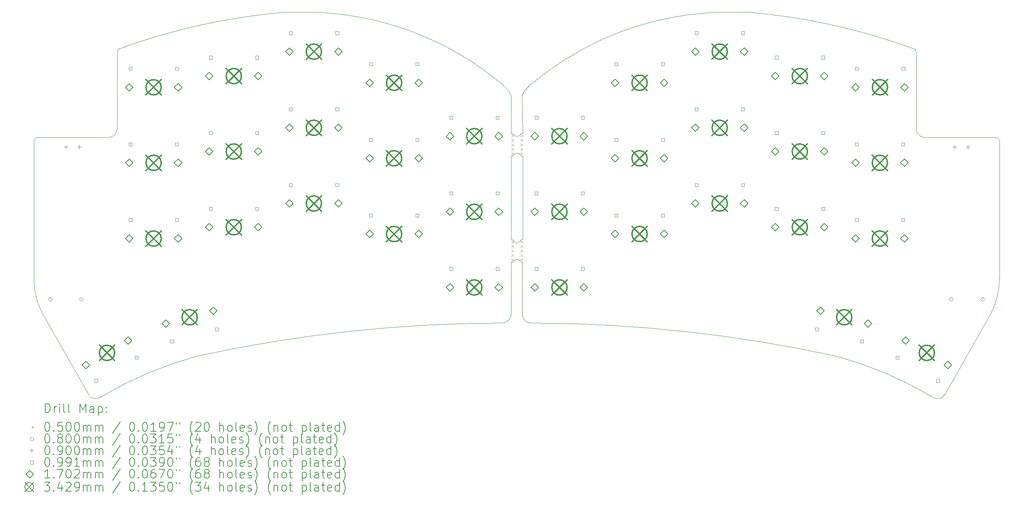
<source format=gbr>
%FSLAX45Y45*%
G04 Gerber Fmt 4.5, Leading zero omitted, Abs format (unit mm)*
G04 Created by KiCad (PCBNEW (6.0.4)) date 2022-04-16 22:53:34*
%MOMM*%
%LPD*%
G01*
G04 APERTURE LIST*
%TA.AperFunction,Profile*%
%ADD10C,0.050000*%
%TD*%
%ADD11C,0.200000*%
%ADD12C,0.050000*%
%ADD13C,0.080000*%
%ADD14C,0.090000*%
%ADD15C,0.099060*%
%ADD16C,0.170180*%
%ADD17C,0.342900*%
G04 APERTURE END LIST*
D10*
X13150850Y-7772400D02*
X13150600Y-8954702D01*
X21999800Y-4776400D02*
X21999805Y-3043942D01*
X22371400Y-10805000D02*
G75*
G03*
X22644600Y-10745127I107000J165000D01*
G01*
X21999800Y-4776400D02*
G75*
G03*
X22203300Y-4969492I200000J7000D01*
G01*
X21956330Y-2975887D02*
G75*
G03*
X18206778Y-2150268I-4944280J-13527342D01*
G01*
X17812039Y-2150812D02*
G75*
G03*
X13289269Y-3826465I-25399J-6872998D01*
G01*
X23868800Y-5044200D02*
G75*
G03*
X23793800Y-4969200I-75000J0D01*
G01*
X13289300Y-3826500D02*
G75*
G03*
X13146605Y-4027870I244500J-324500D01*
G01*
X13150629Y-8954702D02*
G75*
G03*
X13354400Y-9138312I197801J14642D01*
G01*
X21999800Y-3043942D02*
G75*
G03*
X21956329Y-2975889I-75000J2D01*
G01*
X22371400Y-10805000D02*
G75*
G03*
X20218513Y-9886395I-4431600J-7404000D01*
G01*
X22203300Y-4969492D02*
X23793800Y-4969200D01*
X20218514Y-9886394D02*
G75*
G03*
X13354400Y-9138312I-6921914J-31647546D01*
G01*
X23868800Y-5842000D02*
X23868800Y-6654800D01*
X23695330Y-8885815D02*
X22644600Y-10745127D01*
X23695333Y-8885816D02*
G75*
G03*
X23870000Y-8153400I-1502723J745406D01*
G01*
X18206778Y-2150268D02*
X17812039Y-2150814D01*
X23868800Y-5044200D02*
X23868800Y-5842000D01*
X13146605Y-4027870D02*
X13157200Y-4876800D01*
X12934950Y-4876800D02*
X12896000Y-4876800D01*
X23868800Y-6654800D02*
X23868800Y-7543800D01*
X23868800Y-7543800D02*
X23870000Y-8153400D01*
X12934950Y-7264400D02*
X12896000Y-7264400D01*
X12934950Y-5384800D02*
X12896000Y-5384800D01*
X12934950Y-7772400D02*
X12896000Y-7772400D01*
X13157200Y-5384800D02*
X13157200Y-7264400D01*
X7841222Y-2150268D02*
X8261361Y-2150814D01*
X2179200Y-5044200D02*
X2179200Y-5842000D01*
X12896000Y-7772400D02*
X12897551Y-8954502D01*
X12901394Y-4027870D02*
G75*
G03*
X12758700Y-3826500I-387195J-123130D01*
G01*
X12693600Y-9138312D02*
G75*
G03*
X12897551Y-8954502I5950J198452D01*
G01*
X4048200Y-4776400D02*
X4048195Y-3043942D01*
X2179200Y-6654800D02*
X2179200Y-7391400D01*
X2352670Y-8885815D02*
X3403400Y-10745127D01*
X3844700Y-4969492D02*
G75*
G03*
X4048200Y-4776400I3500J200092D01*
G01*
X7841222Y-2150268D02*
G75*
G03*
X4091671Y-2975889I1194733J-14352958D01*
G01*
X12693600Y-9138312D02*
G75*
G03*
X5829487Y-9886395I57805J-32395641D01*
G01*
X2178000Y-8153400D02*
G75*
G03*
X2352670Y-8885815I1677385J12995D01*
G01*
X2254200Y-4969200D02*
G75*
G03*
X2179200Y-5044200I0J-75000D01*
G01*
X3844700Y-4969492D02*
X2254200Y-4969200D01*
X2179200Y-5842000D02*
X2179200Y-6654800D01*
X4091669Y-2975885D02*
G75*
G03*
X4048195Y-3043942I31531J-68055D01*
G01*
X3403400Y-10745127D02*
G75*
G03*
X3676600Y-10805000I166200J105127D01*
G01*
X12758699Y-3826501D02*
G75*
G03*
X8261361Y-2150814I-4497339J-5197309D01*
G01*
X5829487Y-9886395D02*
G75*
G03*
X3676600Y-10805000I2278713J-8322605D01*
G01*
X2179200Y-7391400D02*
X2178000Y-8153400D01*
X12896000Y-5384800D02*
X12896000Y-7264400D01*
X12901394Y-4027870D02*
X12896000Y-4876800D01*
X13157200Y-7264400D02*
X13125450Y-7264400D01*
X12934950Y-4876800D02*
G75*
G03*
X13125450Y-4876800I95250J38100D01*
G01*
X13125450Y-7772400D02*
G75*
G03*
X12934950Y-7772400I-95250J-38100D01*
G01*
X13125450Y-5384800D02*
G75*
G03*
X12934950Y-5384800I-95250J-38100D01*
G01*
X13157200Y-4876800D02*
X13125450Y-4876800D01*
X12934950Y-7264400D02*
G75*
G03*
X13125450Y-7264400I95250J38100D01*
G01*
X13150850Y-7772400D02*
X13125450Y-7772400D01*
X13157200Y-5384800D02*
X13125450Y-5384800D01*
D11*
D12*
X12903600Y-4902600D02*
X12953600Y-4952600D01*
X12953600Y-4902600D02*
X12903600Y-4952600D01*
X12903600Y-5004200D02*
X12953600Y-5054200D01*
X12953600Y-5004200D02*
X12903600Y-5054200D01*
X12903600Y-5105800D02*
X12953600Y-5155800D01*
X12953600Y-5105800D02*
X12903600Y-5155800D01*
X12903600Y-5207400D02*
X12953600Y-5257400D01*
X12953600Y-5207400D02*
X12903600Y-5257400D01*
X12903600Y-5309000D02*
X12953600Y-5359000D01*
X12953600Y-5309000D02*
X12903600Y-5359000D01*
X12903600Y-7290200D02*
X12953600Y-7340200D01*
X12953600Y-7290200D02*
X12903600Y-7340200D01*
X12903600Y-7391800D02*
X12953600Y-7441800D01*
X12953600Y-7391800D02*
X12903600Y-7441800D01*
X12903600Y-7493400D02*
X12953600Y-7543400D01*
X12953600Y-7493400D02*
X12903600Y-7543400D01*
X12903600Y-7595000D02*
X12953600Y-7645000D01*
X12953600Y-7595000D02*
X12903600Y-7645000D01*
X12903600Y-7696600D02*
X12953600Y-7746600D01*
X12953600Y-7696600D02*
X12903600Y-7746600D01*
X13106800Y-4902600D02*
X13156800Y-4952600D01*
X13156800Y-4902600D02*
X13106800Y-4952600D01*
X13106800Y-5004200D02*
X13156800Y-5054200D01*
X13156800Y-5004200D02*
X13106800Y-5054200D01*
X13106800Y-5105800D02*
X13156800Y-5155800D01*
X13156800Y-5105800D02*
X13106800Y-5155800D01*
X13106800Y-5207400D02*
X13156800Y-5257400D01*
X13156800Y-5207400D02*
X13106800Y-5257400D01*
X13106800Y-5309000D02*
X13156800Y-5359000D01*
X13156800Y-5309000D02*
X13106800Y-5359000D01*
X13106800Y-7290200D02*
X13156800Y-7340200D01*
X13156800Y-7290200D02*
X13106800Y-7340200D01*
X13106800Y-7391800D02*
X13156800Y-7441800D01*
X13156800Y-7391800D02*
X13106800Y-7441800D01*
X13106800Y-7493400D02*
X13156800Y-7543400D01*
X13156800Y-7493400D02*
X13106800Y-7543400D01*
X13106800Y-7595000D02*
X13156800Y-7645000D01*
X13156800Y-7595000D02*
X13106800Y-7645000D01*
X13106800Y-7696600D02*
X13156800Y-7746600D01*
X13156800Y-7696600D02*
X13106800Y-7746600D01*
D13*
X2587600Y-8605200D02*
G75*
G03*
X2587600Y-8605200I-40000J0D01*
G01*
X3287600Y-8605200D02*
G75*
G03*
X3287600Y-8605200I-40000J0D01*
G01*
X22827400Y-8605200D02*
G75*
G03*
X22827400Y-8605200I-40000J0D01*
G01*
X23527400Y-8605200D02*
G75*
G03*
X23527400Y-8605200I-40000J0D01*
G01*
D14*
X2898000Y-5136600D02*
X2898000Y-5226600D01*
X2853000Y-5181600D02*
X2943000Y-5181600D01*
X3198000Y-5136600D02*
X3198000Y-5226600D01*
X3153000Y-5181600D02*
X3243000Y-5181600D01*
X22862400Y-5136600D02*
X22862400Y-5226600D01*
X22817400Y-5181600D02*
X22907400Y-5181600D01*
X23162400Y-5136600D02*
X23162400Y-5226600D01*
X23117400Y-5181600D02*
X23207400Y-5181600D01*
D15*
X3614758Y-10467954D02*
X3614758Y-10397907D01*
X3544711Y-10397907D01*
X3544711Y-10467954D01*
X3614758Y-10467954D01*
X4381623Y-3453223D02*
X4381623Y-3383177D01*
X4311577Y-3383177D01*
X4311577Y-3453223D01*
X4381623Y-3453223D01*
X4381623Y-5152223D02*
X4381623Y-5082177D01*
X4311577Y-5082177D01*
X4311577Y-5152223D01*
X4381623Y-5152223D01*
X4381623Y-6854023D02*
X4381623Y-6783977D01*
X4311577Y-6783977D01*
X4311577Y-6854023D01*
X4381623Y-6854023D01*
X4518889Y-9945954D02*
X4518889Y-9875907D01*
X4448842Y-9875907D01*
X4448842Y-9945954D01*
X4518889Y-9945954D01*
X5317314Y-9584016D02*
X5317314Y-9513969D01*
X5247267Y-9513969D01*
X5247267Y-9584016D01*
X5317314Y-9584016D01*
X5425623Y-3453223D02*
X5425623Y-3383177D01*
X5355577Y-3383177D01*
X5355577Y-3453223D01*
X5425623Y-3453223D01*
X5425623Y-5152223D02*
X5425623Y-5082177D01*
X5355577Y-5082177D01*
X5355577Y-5152223D01*
X5425623Y-5152223D01*
X5425623Y-6854023D02*
X5425623Y-6783977D01*
X5355577Y-6783977D01*
X5355577Y-6854023D01*
X5425623Y-6854023D01*
X6183023Y-3203223D02*
X6183023Y-3133177D01*
X6112977Y-3133177D01*
X6112977Y-3203223D01*
X6183023Y-3203223D01*
X6183023Y-4898223D02*
X6183023Y-4828177D01*
X6112977Y-4828177D01*
X6112977Y-4898223D01*
X6183023Y-4898223D01*
X6183023Y-6600023D02*
X6183023Y-6529977D01*
X6112977Y-6529977D01*
X6112977Y-6600023D01*
X6183023Y-6600023D01*
X6325741Y-9313809D02*
X6325741Y-9243762D01*
X6255694Y-9243762D01*
X6255694Y-9313809D01*
X6325741Y-9313809D01*
X7227023Y-3203223D02*
X7227023Y-3133177D01*
X7156977Y-3133177D01*
X7156977Y-3203223D01*
X7227023Y-3203223D01*
X7227023Y-4898223D02*
X7227023Y-4828177D01*
X7156977Y-4828177D01*
X7156977Y-4898223D01*
X7227023Y-4898223D01*
X7227023Y-6600023D02*
X7227023Y-6529977D01*
X7156977Y-6529977D01*
X7156977Y-6600023D01*
X7227023Y-6600023D01*
X7981823Y-2653223D02*
X7981823Y-2583177D01*
X7911777Y-2583177D01*
X7911777Y-2653223D01*
X7981823Y-2653223D01*
X7981823Y-4364823D02*
X7981823Y-4294777D01*
X7911777Y-4294777D01*
X7911777Y-4364823D01*
X7981823Y-4364823D01*
X7981823Y-6066623D02*
X7981823Y-5996577D01*
X7911777Y-5996577D01*
X7911777Y-6066623D01*
X7981823Y-6066623D01*
X9025823Y-2653223D02*
X9025823Y-2583177D01*
X8955777Y-2583177D01*
X8955777Y-2653223D01*
X9025823Y-2653223D01*
X9025823Y-4364823D02*
X9025823Y-4294777D01*
X8955777Y-4294777D01*
X8955777Y-4364823D01*
X9025823Y-4364823D01*
X9025823Y-6066623D02*
X9025823Y-5996577D01*
X8955777Y-5996577D01*
X8955777Y-6066623D01*
X9025823Y-6066623D01*
X9784423Y-3353223D02*
X9784423Y-3283177D01*
X9714377Y-3283177D01*
X9714377Y-3353223D01*
X9784423Y-3353223D01*
X9784423Y-5050623D02*
X9784423Y-4980577D01*
X9714377Y-4980577D01*
X9714377Y-5050623D01*
X9784423Y-5050623D01*
X9784423Y-6752423D02*
X9784423Y-6682377D01*
X9714377Y-6682377D01*
X9714377Y-6752423D01*
X9784423Y-6752423D01*
X10828423Y-3353223D02*
X10828423Y-3283177D01*
X10758377Y-3283177D01*
X10758377Y-3353223D01*
X10828423Y-3353223D01*
X10828423Y-5050623D02*
X10828423Y-4980577D01*
X10758377Y-4980577D01*
X10758377Y-5050623D01*
X10828423Y-5050623D01*
X10828423Y-6752423D02*
X10828423Y-6682377D01*
X10758377Y-6682377D01*
X10758377Y-6752423D01*
X10828423Y-6752423D01*
X11586223Y-4553223D02*
X11586223Y-4483177D01*
X11516177Y-4483177D01*
X11516177Y-4553223D01*
X11586223Y-4553223D01*
X11586223Y-6253223D02*
X11586223Y-6183177D01*
X11516177Y-6183177D01*
X11516177Y-6253223D01*
X11586223Y-6253223D01*
X11586223Y-7953223D02*
X11586223Y-7883177D01*
X11516177Y-7883177D01*
X11516177Y-7953223D01*
X11586223Y-7953223D01*
X12630223Y-4553223D02*
X12630223Y-4483177D01*
X12560177Y-4483177D01*
X12560177Y-4553223D01*
X12630223Y-4553223D01*
X12630223Y-6253223D02*
X12630223Y-6183177D01*
X12560177Y-6183177D01*
X12560177Y-6253223D01*
X12630223Y-6253223D01*
X12630223Y-7953223D02*
X12630223Y-7883177D01*
X12560177Y-7883177D01*
X12560177Y-7953223D01*
X12630223Y-7953223D01*
X13498623Y-4553223D02*
X13498623Y-4483177D01*
X13428577Y-4483177D01*
X13428577Y-4553223D01*
X13498623Y-4553223D01*
X13498623Y-6253223D02*
X13498623Y-6183177D01*
X13428577Y-6183177D01*
X13428577Y-6253223D01*
X13498623Y-6253223D01*
X13498623Y-7953223D02*
X13498623Y-7883177D01*
X13428577Y-7883177D01*
X13428577Y-7953223D01*
X13498623Y-7953223D01*
X14542623Y-4553223D02*
X14542623Y-4483177D01*
X14472577Y-4483177D01*
X14472577Y-4553223D01*
X14542623Y-4553223D01*
X14542623Y-6253223D02*
X14542623Y-6183177D01*
X14472577Y-6183177D01*
X14472577Y-6253223D01*
X14542623Y-6253223D01*
X14542623Y-7953223D02*
X14542623Y-7883177D01*
X14472577Y-7883177D01*
X14472577Y-7953223D01*
X14542623Y-7953223D01*
X15298623Y-3353223D02*
X15298623Y-3283177D01*
X15228577Y-3283177D01*
X15228577Y-3353223D01*
X15298623Y-3353223D01*
X15298623Y-5050623D02*
X15298623Y-4980577D01*
X15228577Y-4980577D01*
X15228577Y-5050623D01*
X15298623Y-5050623D01*
X15298623Y-6752423D02*
X15298623Y-6682377D01*
X15228577Y-6682377D01*
X15228577Y-6752423D01*
X15298623Y-6752423D01*
X16342623Y-3353223D02*
X16342623Y-3283177D01*
X16272577Y-3283177D01*
X16272577Y-3353223D01*
X16342623Y-3353223D01*
X16342623Y-5050623D02*
X16342623Y-4980577D01*
X16272577Y-4980577D01*
X16272577Y-5050623D01*
X16342623Y-5050623D01*
X16342623Y-6752423D02*
X16342623Y-6682377D01*
X16272577Y-6682377D01*
X16272577Y-6752423D01*
X16342623Y-6752423D01*
X17098623Y-2653223D02*
X17098623Y-2583177D01*
X17028577Y-2583177D01*
X17028577Y-2653223D01*
X17098623Y-2653223D01*
X17098623Y-4364823D02*
X17098623Y-4294777D01*
X17028577Y-4294777D01*
X17028577Y-4364823D01*
X17098623Y-4364823D01*
X17098623Y-6066623D02*
X17098623Y-5996577D01*
X17028577Y-5996577D01*
X17028577Y-6066623D01*
X17098623Y-6066623D01*
X18142623Y-2653223D02*
X18142623Y-2583177D01*
X18072577Y-2583177D01*
X18072577Y-2653223D01*
X18142623Y-2653223D01*
X18142623Y-4364823D02*
X18142623Y-4294777D01*
X18072577Y-4294777D01*
X18072577Y-4364823D01*
X18142623Y-4364823D01*
X18142623Y-6066623D02*
X18142623Y-5996577D01*
X18072577Y-5996577D01*
X18072577Y-6066623D01*
X18142623Y-6066623D01*
X18898623Y-3203223D02*
X18898623Y-3133177D01*
X18828577Y-3133177D01*
X18828577Y-3203223D01*
X18898623Y-3203223D01*
X18898623Y-4898223D02*
X18898623Y-4828177D01*
X18828577Y-4828177D01*
X18828577Y-4898223D01*
X18898623Y-4898223D01*
X18898623Y-6600023D02*
X18898623Y-6529977D01*
X18828577Y-6529977D01*
X18828577Y-6600023D01*
X18898623Y-6600023D01*
X19804706Y-9313809D02*
X19804706Y-9243762D01*
X19734659Y-9243762D01*
X19734659Y-9313809D01*
X19804706Y-9313809D01*
X19942623Y-3203223D02*
X19942623Y-3133177D01*
X19872577Y-3133177D01*
X19872577Y-3203223D01*
X19942623Y-3203223D01*
X19942623Y-4898223D02*
X19942623Y-4828177D01*
X19872577Y-4828177D01*
X19872577Y-4898223D01*
X19942623Y-4898223D01*
X19942623Y-6600023D02*
X19942623Y-6529977D01*
X19872577Y-6529977D01*
X19872577Y-6600023D01*
X19942623Y-6600023D01*
X20696623Y-5152223D02*
X20696623Y-5082177D01*
X20626577Y-5082177D01*
X20626577Y-5152223D01*
X20696623Y-5152223D01*
X20696623Y-6854023D02*
X20696623Y-6783977D01*
X20626577Y-6783977D01*
X20626577Y-6854023D01*
X20696623Y-6854023D01*
X20698623Y-3453223D02*
X20698623Y-3383177D01*
X20628577Y-3383177D01*
X20628577Y-3453223D01*
X20698623Y-3453223D01*
X20813133Y-9584016D02*
X20813133Y-9513969D01*
X20743086Y-9513969D01*
X20743086Y-9584016D01*
X20813133Y-9584016D01*
X21611558Y-9945954D02*
X21611558Y-9875907D01*
X21541511Y-9875907D01*
X21541511Y-9945954D01*
X21611558Y-9945954D01*
X21740623Y-5152223D02*
X21740623Y-5082177D01*
X21670577Y-5082177D01*
X21670577Y-5152223D01*
X21740623Y-5152223D01*
X21740623Y-6854023D02*
X21740623Y-6783977D01*
X21670577Y-6783977D01*
X21670577Y-6854023D01*
X21740623Y-6854023D01*
X21742623Y-3453223D02*
X21742623Y-3383177D01*
X21672577Y-3383177D01*
X21672577Y-3453223D01*
X21742623Y-3453223D01*
X22515689Y-10467954D02*
X22515689Y-10397907D01*
X22445642Y-10397907D01*
X22445642Y-10467954D01*
X22515689Y-10467954D01*
D16*
X3345486Y-10168290D02*
X3430576Y-10083200D01*
X3345486Y-9998110D01*
X3260396Y-10083200D01*
X3345486Y-10168290D01*
X4298114Y-9618290D02*
X4383204Y-9533200D01*
X4298114Y-9448110D01*
X4213024Y-9533200D01*
X4298114Y-9618290D01*
X4318600Y-3923290D02*
X4403690Y-3838200D01*
X4318600Y-3753110D01*
X4233510Y-3838200D01*
X4318600Y-3923290D01*
X4318600Y-5622290D02*
X4403690Y-5537200D01*
X4318600Y-5452110D01*
X4233510Y-5537200D01*
X4318600Y-5622290D01*
X4318600Y-7324090D02*
X4403690Y-7239000D01*
X4318600Y-7153910D01*
X4233510Y-7239000D01*
X4318600Y-7324090D01*
X5146541Y-9235641D02*
X5231631Y-9150551D01*
X5146541Y-9065461D01*
X5061451Y-9150551D01*
X5146541Y-9235641D01*
X5418600Y-3923290D02*
X5503690Y-3838200D01*
X5418600Y-3753110D01*
X5333510Y-3838200D01*
X5418600Y-3923290D01*
X5418600Y-5622290D02*
X5503690Y-5537200D01*
X5418600Y-5452110D01*
X5333510Y-5537200D01*
X5418600Y-5622290D01*
X5418600Y-7324090D02*
X5503690Y-7239000D01*
X5418600Y-7153910D01*
X5333510Y-7239000D01*
X5418600Y-7324090D01*
X6120000Y-3673290D02*
X6205090Y-3588200D01*
X6120000Y-3503110D01*
X6034910Y-3588200D01*
X6120000Y-3673290D01*
X6120000Y-5368290D02*
X6205090Y-5283200D01*
X6120000Y-5198110D01*
X6034910Y-5283200D01*
X6120000Y-5368290D01*
X6120000Y-7070090D02*
X6205090Y-6985000D01*
X6120000Y-6899910D01*
X6034910Y-6985000D01*
X6120000Y-7070090D01*
X6209059Y-8950940D02*
X6294149Y-8865850D01*
X6209059Y-8780760D01*
X6123969Y-8865850D01*
X6209059Y-8950940D01*
X7220000Y-3673290D02*
X7305090Y-3588200D01*
X7220000Y-3503110D01*
X7134910Y-3588200D01*
X7220000Y-3673290D01*
X7220000Y-5368290D02*
X7305090Y-5283200D01*
X7220000Y-5198110D01*
X7134910Y-5283200D01*
X7220000Y-5368290D01*
X7220000Y-7070090D02*
X7305090Y-6985000D01*
X7220000Y-6899910D01*
X7134910Y-6985000D01*
X7220000Y-7070090D01*
X7918800Y-3123290D02*
X8003890Y-3038200D01*
X7918800Y-2953110D01*
X7833710Y-3038200D01*
X7918800Y-3123290D01*
X7918800Y-4834890D02*
X8003890Y-4749800D01*
X7918800Y-4664710D01*
X7833710Y-4749800D01*
X7918800Y-4834890D01*
X7918800Y-6536690D02*
X8003890Y-6451600D01*
X7918800Y-6366510D01*
X7833710Y-6451600D01*
X7918800Y-6536690D01*
X9018800Y-3123290D02*
X9103890Y-3038200D01*
X9018800Y-2953110D01*
X8933710Y-3038200D01*
X9018800Y-3123290D01*
X9018800Y-4834890D02*
X9103890Y-4749800D01*
X9018800Y-4664710D01*
X8933710Y-4749800D01*
X9018800Y-4834890D01*
X9018800Y-6536690D02*
X9103890Y-6451600D01*
X9018800Y-6366510D01*
X8933710Y-6451600D01*
X9018800Y-6536690D01*
X9721400Y-3823290D02*
X9806490Y-3738200D01*
X9721400Y-3653110D01*
X9636310Y-3738200D01*
X9721400Y-3823290D01*
X9721400Y-5520690D02*
X9806490Y-5435600D01*
X9721400Y-5350510D01*
X9636310Y-5435600D01*
X9721400Y-5520690D01*
X9721400Y-7222490D02*
X9806490Y-7137400D01*
X9721400Y-7052310D01*
X9636310Y-7137400D01*
X9721400Y-7222490D01*
X10821400Y-3823290D02*
X10906490Y-3738200D01*
X10821400Y-3653110D01*
X10736310Y-3738200D01*
X10821400Y-3823290D01*
X10821400Y-5520690D02*
X10906490Y-5435600D01*
X10821400Y-5350510D01*
X10736310Y-5435600D01*
X10821400Y-5520690D01*
X10821400Y-7222490D02*
X10906490Y-7137400D01*
X10821400Y-7052310D01*
X10736310Y-7137400D01*
X10821400Y-7222490D01*
X11523200Y-5023290D02*
X11608290Y-4938200D01*
X11523200Y-4853110D01*
X11438110Y-4938200D01*
X11523200Y-5023290D01*
X11523200Y-6723290D02*
X11608290Y-6638200D01*
X11523200Y-6553110D01*
X11438110Y-6638200D01*
X11523200Y-6723290D01*
X11523200Y-8423290D02*
X11608290Y-8338200D01*
X11523200Y-8253110D01*
X11438110Y-8338200D01*
X11523200Y-8423290D01*
X12623200Y-5023290D02*
X12708290Y-4938200D01*
X12623200Y-4853110D01*
X12538110Y-4938200D01*
X12623200Y-5023290D01*
X12623200Y-6723290D02*
X12708290Y-6638200D01*
X12623200Y-6553110D01*
X12538110Y-6638200D01*
X12623200Y-6723290D01*
X12623200Y-8423290D02*
X12708290Y-8338200D01*
X12623200Y-8253110D01*
X12538110Y-8338200D01*
X12623200Y-8423290D01*
X13435600Y-5023290D02*
X13520690Y-4938200D01*
X13435600Y-4853110D01*
X13350510Y-4938200D01*
X13435600Y-5023290D01*
X13435600Y-6723290D02*
X13520690Y-6638200D01*
X13435600Y-6553110D01*
X13350510Y-6638200D01*
X13435600Y-6723290D01*
X13435600Y-8423290D02*
X13520690Y-8338200D01*
X13435600Y-8253110D01*
X13350510Y-8338200D01*
X13435600Y-8423290D01*
X14535600Y-5023290D02*
X14620690Y-4938200D01*
X14535600Y-4853110D01*
X14450510Y-4938200D01*
X14535600Y-5023290D01*
X14535600Y-6723290D02*
X14620690Y-6638200D01*
X14535600Y-6553110D01*
X14450510Y-6638200D01*
X14535600Y-6723290D01*
X14535600Y-8423290D02*
X14620690Y-8338200D01*
X14535600Y-8253110D01*
X14450510Y-8338200D01*
X14535600Y-8423290D01*
X15235600Y-3823290D02*
X15320690Y-3738200D01*
X15235600Y-3653110D01*
X15150510Y-3738200D01*
X15235600Y-3823290D01*
X15235600Y-5520690D02*
X15320690Y-5435600D01*
X15235600Y-5350510D01*
X15150510Y-5435600D01*
X15235600Y-5520690D01*
X15235600Y-7222490D02*
X15320690Y-7137400D01*
X15235600Y-7052310D01*
X15150510Y-7137400D01*
X15235600Y-7222490D01*
X16335600Y-3823290D02*
X16420690Y-3738200D01*
X16335600Y-3653110D01*
X16250510Y-3738200D01*
X16335600Y-3823290D01*
X16335600Y-5520690D02*
X16420690Y-5435600D01*
X16335600Y-5350510D01*
X16250510Y-5435600D01*
X16335600Y-5520690D01*
X16335600Y-7222490D02*
X16420690Y-7137400D01*
X16335600Y-7052310D01*
X16250510Y-7137400D01*
X16335600Y-7222490D01*
X17035600Y-3123290D02*
X17120690Y-3038200D01*
X17035600Y-2953110D01*
X16950510Y-3038200D01*
X17035600Y-3123290D01*
X17035600Y-4834890D02*
X17120690Y-4749800D01*
X17035600Y-4664710D01*
X16950510Y-4749800D01*
X17035600Y-4834890D01*
X17035600Y-6536690D02*
X17120690Y-6451600D01*
X17035600Y-6366510D01*
X16950510Y-6451600D01*
X17035600Y-6536690D01*
X18135600Y-3123290D02*
X18220690Y-3038200D01*
X18135600Y-2953110D01*
X18050510Y-3038200D01*
X18135600Y-3123290D01*
X18135600Y-4834890D02*
X18220690Y-4749800D01*
X18135600Y-4664710D01*
X18050510Y-4749800D01*
X18135600Y-4834890D01*
X18135600Y-6536690D02*
X18220690Y-6451600D01*
X18135600Y-6366510D01*
X18050510Y-6451600D01*
X18135600Y-6536690D01*
X18835600Y-3673290D02*
X18920690Y-3588200D01*
X18835600Y-3503110D01*
X18750510Y-3588200D01*
X18835600Y-3673290D01*
X18835600Y-5368290D02*
X18920690Y-5283200D01*
X18835600Y-5198110D01*
X18750510Y-5283200D01*
X18835600Y-5368290D01*
X18835600Y-7070090D02*
X18920690Y-6985000D01*
X18835600Y-6899910D01*
X18750510Y-6985000D01*
X18835600Y-7070090D01*
X19851341Y-8950940D02*
X19936431Y-8865850D01*
X19851341Y-8780760D01*
X19766251Y-8865850D01*
X19851341Y-8950940D01*
X19935600Y-3673290D02*
X20020690Y-3588200D01*
X19935600Y-3503110D01*
X19850510Y-3588200D01*
X19935600Y-3673290D01*
X19935600Y-5368290D02*
X20020690Y-5283200D01*
X19935600Y-5198110D01*
X19850510Y-5283200D01*
X19935600Y-5368290D01*
X19935600Y-7070090D02*
X20020690Y-6985000D01*
X19935600Y-6899910D01*
X19850510Y-6985000D01*
X19935600Y-7070090D01*
X20633600Y-5622290D02*
X20718690Y-5537200D01*
X20633600Y-5452110D01*
X20548510Y-5537200D01*
X20633600Y-5622290D01*
X20633600Y-7324090D02*
X20718690Y-7239000D01*
X20633600Y-7153910D01*
X20548510Y-7239000D01*
X20633600Y-7324090D01*
X20635600Y-3923290D02*
X20720690Y-3838200D01*
X20635600Y-3753110D01*
X20550510Y-3838200D01*
X20635600Y-3923290D01*
X20913859Y-9235641D02*
X20998949Y-9150551D01*
X20913859Y-9065461D01*
X20828769Y-9150551D01*
X20913859Y-9235641D01*
X21733600Y-5622290D02*
X21818690Y-5537200D01*
X21733600Y-5452110D01*
X21648510Y-5537200D01*
X21733600Y-5622290D01*
X21733600Y-7324090D02*
X21818690Y-7239000D01*
X21733600Y-7153910D01*
X21648510Y-7239000D01*
X21733600Y-7324090D01*
X21735600Y-3923290D02*
X21820690Y-3838200D01*
X21735600Y-3753110D01*
X21650510Y-3838200D01*
X21735600Y-3923290D01*
X21762286Y-9618290D02*
X21847376Y-9533200D01*
X21762286Y-9448110D01*
X21677196Y-9533200D01*
X21762286Y-9618290D01*
X22714914Y-10168290D02*
X22800004Y-10083200D01*
X22714914Y-9998110D01*
X22629824Y-10083200D01*
X22714914Y-10168290D01*
D17*
X3650350Y-9636750D02*
X3993250Y-9979650D01*
X3993250Y-9636750D02*
X3650350Y-9979650D01*
X3993250Y-9808200D02*
G75*
G03*
X3993250Y-9808200I-171450J0D01*
G01*
X4697150Y-3666750D02*
X5040050Y-4009650D01*
X5040050Y-3666750D02*
X4697150Y-4009650D01*
X5040050Y-3838200D02*
G75*
G03*
X5040050Y-3838200I-171450J0D01*
G01*
X4697150Y-5365750D02*
X5040050Y-5708650D01*
X5040050Y-5365750D02*
X4697150Y-5708650D01*
X5040050Y-5537200D02*
G75*
G03*
X5040050Y-5537200I-171450J0D01*
G01*
X4697150Y-7067550D02*
X5040050Y-7410450D01*
X5040050Y-7067550D02*
X4697150Y-7410450D01*
X5040050Y-7239000D02*
G75*
G03*
X5040050Y-7239000I-171450J0D01*
G01*
X5506350Y-8836750D02*
X5849250Y-9179650D01*
X5849250Y-8836750D02*
X5506350Y-9179650D01*
X5849250Y-9008200D02*
G75*
G03*
X5849250Y-9008200I-171450J0D01*
G01*
X6498550Y-3416750D02*
X6841450Y-3759650D01*
X6841450Y-3416750D02*
X6498550Y-3759650D01*
X6841450Y-3588200D02*
G75*
G03*
X6841450Y-3588200I-171450J0D01*
G01*
X6498550Y-5111750D02*
X6841450Y-5454650D01*
X6841450Y-5111750D02*
X6498550Y-5454650D01*
X6841450Y-5283200D02*
G75*
G03*
X6841450Y-5283200I-171450J0D01*
G01*
X6498550Y-6813550D02*
X6841450Y-7156450D01*
X6841450Y-6813550D02*
X6498550Y-7156450D01*
X6841450Y-6985000D02*
G75*
G03*
X6841450Y-6985000I-171450J0D01*
G01*
X8297350Y-2866750D02*
X8640250Y-3209650D01*
X8640250Y-2866750D02*
X8297350Y-3209650D01*
X8640250Y-3038200D02*
G75*
G03*
X8640250Y-3038200I-171450J0D01*
G01*
X8297350Y-4578350D02*
X8640250Y-4921250D01*
X8640250Y-4578350D02*
X8297350Y-4921250D01*
X8640250Y-4749800D02*
G75*
G03*
X8640250Y-4749800I-171450J0D01*
G01*
X8297350Y-6280150D02*
X8640250Y-6623050D01*
X8640250Y-6280150D02*
X8297350Y-6623050D01*
X8640250Y-6451600D02*
G75*
G03*
X8640250Y-6451600I-171450J0D01*
G01*
X10099950Y-3566750D02*
X10442850Y-3909650D01*
X10442850Y-3566750D02*
X10099950Y-3909650D01*
X10442850Y-3738200D02*
G75*
G03*
X10442850Y-3738200I-171450J0D01*
G01*
X10099950Y-5264150D02*
X10442850Y-5607050D01*
X10442850Y-5264150D02*
X10099950Y-5607050D01*
X10442850Y-5435600D02*
G75*
G03*
X10442850Y-5435600I-171450J0D01*
G01*
X10099950Y-6965950D02*
X10442850Y-7308850D01*
X10442850Y-6965950D02*
X10099950Y-7308850D01*
X10442850Y-7137400D02*
G75*
G03*
X10442850Y-7137400I-171450J0D01*
G01*
X11901750Y-4766750D02*
X12244650Y-5109650D01*
X12244650Y-4766750D02*
X11901750Y-5109650D01*
X12244650Y-4938200D02*
G75*
G03*
X12244650Y-4938200I-171450J0D01*
G01*
X11901750Y-6466750D02*
X12244650Y-6809650D01*
X12244650Y-6466750D02*
X11901750Y-6809650D01*
X12244650Y-6638200D02*
G75*
G03*
X12244650Y-6638200I-171450J0D01*
G01*
X11901750Y-8166750D02*
X12244650Y-8509650D01*
X12244650Y-8166750D02*
X11901750Y-8509650D01*
X12244650Y-8338200D02*
G75*
G03*
X12244650Y-8338200I-171450J0D01*
G01*
X13814150Y-4766750D02*
X14157050Y-5109650D01*
X14157050Y-4766750D02*
X13814150Y-5109650D01*
X14157050Y-4938200D02*
G75*
G03*
X14157050Y-4938200I-171450J0D01*
G01*
X13814150Y-6466750D02*
X14157050Y-6809650D01*
X14157050Y-6466750D02*
X13814150Y-6809650D01*
X14157050Y-6638200D02*
G75*
G03*
X14157050Y-6638200I-171450J0D01*
G01*
X13814150Y-8166750D02*
X14157050Y-8509650D01*
X14157050Y-8166750D02*
X13814150Y-8509650D01*
X14157050Y-8338200D02*
G75*
G03*
X14157050Y-8338200I-171450J0D01*
G01*
X15614150Y-3566750D02*
X15957050Y-3909650D01*
X15957050Y-3566750D02*
X15614150Y-3909650D01*
X15957050Y-3738200D02*
G75*
G03*
X15957050Y-3738200I-171450J0D01*
G01*
X15614150Y-5264150D02*
X15957050Y-5607050D01*
X15957050Y-5264150D02*
X15614150Y-5607050D01*
X15957050Y-5435600D02*
G75*
G03*
X15957050Y-5435600I-171450J0D01*
G01*
X15614150Y-6965950D02*
X15957050Y-7308850D01*
X15957050Y-6965950D02*
X15614150Y-7308850D01*
X15957050Y-7137400D02*
G75*
G03*
X15957050Y-7137400I-171450J0D01*
G01*
X17414150Y-2866750D02*
X17757050Y-3209650D01*
X17757050Y-2866750D02*
X17414150Y-3209650D01*
X17757050Y-3038200D02*
G75*
G03*
X17757050Y-3038200I-171450J0D01*
G01*
X17414150Y-4578350D02*
X17757050Y-4921250D01*
X17757050Y-4578350D02*
X17414150Y-4921250D01*
X17757050Y-4749800D02*
G75*
G03*
X17757050Y-4749800I-171450J0D01*
G01*
X17414150Y-6280150D02*
X17757050Y-6623050D01*
X17757050Y-6280150D02*
X17414150Y-6623050D01*
X17757050Y-6451600D02*
G75*
G03*
X17757050Y-6451600I-171450J0D01*
G01*
X19214150Y-3416750D02*
X19557050Y-3759650D01*
X19557050Y-3416750D02*
X19214150Y-3759650D01*
X19557050Y-3588200D02*
G75*
G03*
X19557050Y-3588200I-171450J0D01*
G01*
X19214150Y-5111750D02*
X19557050Y-5454650D01*
X19557050Y-5111750D02*
X19214150Y-5454650D01*
X19557050Y-5283200D02*
G75*
G03*
X19557050Y-5283200I-171450J0D01*
G01*
X19214150Y-6813550D02*
X19557050Y-7156450D01*
X19557050Y-6813550D02*
X19214150Y-7156450D01*
X19557050Y-6985000D02*
G75*
G03*
X19557050Y-6985000I-171450J0D01*
G01*
X20211150Y-8836750D02*
X20554050Y-9179650D01*
X20554050Y-8836750D02*
X20211150Y-9179650D01*
X20554050Y-9008200D02*
G75*
G03*
X20554050Y-9008200I-171450J0D01*
G01*
X21012150Y-5365750D02*
X21355050Y-5708650D01*
X21355050Y-5365750D02*
X21012150Y-5708650D01*
X21355050Y-5537200D02*
G75*
G03*
X21355050Y-5537200I-171450J0D01*
G01*
X21012150Y-7067550D02*
X21355050Y-7410450D01*
X21355050Y-7067550D02*
X21012150Y-7410450D01*
X21355050Y-7239000D02*
G75*
G03*
X21355050Y-7239000I-171450J0D01*
G01*
X21014150Y-3666750D02*
X21357050Y-4009650D01*
X21357050Y-3666750D02*
X21014150Y-4009650D01*
X21357050Y-3838200D02*
G75*
G03*
X21357050Y-3838200I-171450J0D01*
G01*
X22067150Y-9636750D02*
X22410050Y-9979650D01*
X22410050Y-9636750D02*
X22067150Y-9979650D01*
X22410050Y-9808200D02*
G75*
G03*
X22410050Y-9808200I-171450J0D01*
G01*
D11*
X2433119Y-11149633D02*
X2433119Y-10949633D01*
X2480738Y-10949633D01*
X2509310Y-10959157D01*
X2528357Y-10978205D01*
X2537881Y-10997252D01*
X2547405Y-11035348D01*
X2547405Y-11063919D01*
X2537881Y-11102014D01*
X2528357Y-11121062D01*
X2509310Y-11140109D01*
X2480738Y-11149633D01*
X2433119Y-11149633D01*
X2633119Y-11149633D02*
X2633119Y-11016300D01*
X2633119Y-11054395D02*
X2642643Y-11035348D01*
X2652167Y-11025824D01*
X2671214Y-11016300D01*
X2690262Y-11016300D01*
X2756929Y-11149633D02*
X2756929Y-11016300D01*
X2756929Y-10949633D02*
X2747405Y-10959157D01*
X2756929Y-10968681D01*
X2766452Y-10959157D01*
X2756929Y-10949633D01*
X2756929Y-10968681D01*
X2880738Y-11149633D02*
X2861690Y-11140109D01*
X2852167Y-11121062D01*
X2852167Y-10949633D01*
X2985500Y-11149633D02*
X2966452Y-11140109D01*
X2956928Y-11121062D01*
X2956928Y-10949633D01*
X3214071Y-11149633D02*
X3214071Y-10949633D01*
X3280738Y-11092490D01*
X3347405Y-10949633D01*
X3347405Y-11149633D01*
X3528357Y-11149633D02*
X3528357Y-11044871D01*
X3518833Y-11025824D01*
X3499786Y-11016300D01*
X3461690Y-11016300D01*
X3442643Y-11025824D01*
X3528357Y-11140109D02*
X3509309Y-11149633D01*
X3461690Y-11149633D01*
X3442643Y-11140109D01*
X3433119Y-11121062D01*
X3433119Y-11102014D01*
X3442643Y-11082967D01*
X3461690Y-11073443D01*
X3509309Y-11073443D01*
X3528357Y-11063919D01*
X3623595Y-11016300D02*
X3623595Y-11216300D01*
X3623595Y-11025824D02*
X3642643Y-11016300D01*
X3680738Y-11016300D01*
X3699786Y-11025824D01*
X3709309Y-11035348D01*
X3718833Y-11054395D01*
X3718833Y-11111538D01*
X3709309Y-11130586D01*
X3699786Y-11140109D01*
X3680738Y-11149633D01*
X3642643Y-11149633D01*
X3623595Y-11140109D01*
X3804548Y-11130586D02*
X3814071Y-11140109D01*
X3804548Y-11149633D01*
X3795024Y-11140109D01*
X3804548Y-11130586D01*
X3804548Y-11149633D01*
X3804548Y-11025824D02*
X3814071Y-11035348D01*
X3804548Y-11044871D01*
X3795024Y-11035348D01*
X3804548Y-11025824D01*
X3804548Y-11044871D01*
D12*
X2125500Y-11454157D02*
X2175500Y-11504157D01*
X2175500Y-11454157D02*
X2125500Y-11504157D01*
D11*
X2471214Y-11369633D02*
X2490262Y-11369633D01*
X2509310Y-11379157D01*
X2518833Y-11388681D01*
X2528357Y-11407728D01*
X2537881Y-11445824D01*
X2537881Y-11493443D01*
X2528357Y-11531538D01*
X2518833Y-11550586D01*
X2509310Y-11560109D01*
X2490262Y-11569633D01*
X2471214Y-11569633D01*
X2452167Y-11560109D01*
X2442643Y-11550586D01*
X2433119Y-11531538D01*
X2423595Y-11493443D01*
X2423595Y-11445824D01*
X2433119Y-11407728D01*
X2442643Y-11388681D01*
X2452167Y-11379157D01*
X2471214Y-11369633D01*
X2623595Y-11550586D02*
X2633119Y-11560109D01*
X2623595Y-11569633D01*
X2614071Y-11560109D01*
X2623595Y-11550586D01*
X2623595Y-11569633D01*
X2814071Y-11369633D02*
X2718833Y-11369633D01*
X2709310Y-11464871D01*
X2718833Y-11455347D01*
X2737881Y-11445824D01*
X2785500Y-11445824D01*
X2804548Y-11455347D01*
X2814071Y-11464871D01*
X2823595Y-11483919D01*
X2823595Y-11531538D01*
X2814071Y-11550586D01*
X2804548Y-11560109D01*
X2785500Y-11569633D01*
X2737881Y-11569633D01*
X2718833Y-11560109D01*
X2709310Y-11550586D01*
X2947405Y-11369633D02*
X2966452Y-11369633D01*
X2985500Y-11379157D01*
X2995024Y-11388681D01*
X3004548Y-11407728D01*
X3014071Y-11445824D01*
X3014071Y-11493443D01*
X3004548Y-11531538D01*
X2995024Y-11550586D01*
X2985500Y-11560109D01*
X2966452Y-11569633D01*
X2947405Y-11569633D01*
X2928357Y-11560109D01*
X2918833Y-11550586D01*
X2909309Y-11531538D01*
X2899786Y-11493443D01*
X2899786Y-11445824D01*
X2909309Y-11407728D01*
X2918833Y-11388681D01*
X2928357Y-11379157D01*
X2947405Y-11369633D01*
X3137881Y-11369633D02*
X3156928Y-11369633D01*
X3175976Y-11379157D01*
X3185500Y-11388681D01*
X3195024Y-11407728D01*
X3204548Y-11445824D01*
X3204548Y-11493443D01*
X3195024Y-11531538D01*
X3185500Y-11550586D01*
X3175976Y-11560109D01*
X3156928Y-11569633D01*
X3137881Y-11569633D01*
X3118833Y-11560109D01*
X3109309Y-11550586D01*
X3099786Y-11531538D01*
X3090262Y-11493443D01*
X3090262Y-11445824D01*
X3099786Y-11407728D01*
X3109309Y-11388681D01*
X3118833Y-11379157D01*
X3137881Y-11369633D01*
X3290262Y-11569633D02*
X3290262Y-11436300D01*
X3290262Y-11455347D02*
X3299786Y-11445824D01*
X3318833Y-11436300D01*
X3347405Y-11436300D01*
X3366452Y-11445824D01*
X3375976Y-11464871D01*
X3375976Y-11569633D01*
X3375976Y-11464871D02*
X3385500Y-11445824D01*
X3404548Y-11436300D01*
X3433119Y-11436300D01*
X3452167Y-11445824D01*
X3461690Y-11464871D01*
X3461690Y-11569633D01*
X3556928Y-11569633D02*
X3556928Y-11436300D01*
X3556928Y-11455347D02*
X3566452Y-11445824D01*
X3585500Y-11436300D01*
X3614071Y-11436300D01*
X3633119Y-11445824D01*
X3642643Y-11464871D01*
X3642643Y-11569633D01*
X3642643Y-11464871D02*
X3652167Y-11445824D01*
X3671214Y-11436300D01*
X3699786Y-11436300D01*
X3718833Y-11445824D01*
X3728357Y-11464871D01*
X3728357Y-11569633D01*
X4118833Y-11360109D02*
X3947405Y-11617252D01*
X4375976Y-11369633D02*
X4395024Y-11369633D01*
X4414071Y-11379157D01*
X4423595Y-11388681D01*
X4433119Y-11407728D01*
X4442643Y-11445824D01*
X4442643Y-11493443D01*
X4433119Y-11531538D01*
X4423595Y-11550586D01*
X4414071Y-11560109D01*
X4395024Y-11569633D01*
X4375976Y-11569633D01*
X4356929Y-11560109D01*
X4347405Y-11550586D01*
X4337881Y-11531538D01*
X4328357Y-11493443D01*
X4328357Y-11445824D01*
X4337881Y-11407728D01*
X4347405Y-11388681D01*
X4356929Y-11379157D01*
X4375976Y-11369633D01*
X4528357Y-11550586D02*
X4537881Y-11560109D01*
X4528357Y-11569633D01*
X4518833Y-11560109D01*
X4528357Y-11550586D01*
X4528357Y-11569633D01*
X4661690Y-11369633D02*
X4680738Y-11369633D01*
X4699786Y-11379157D01*
X4709310Y-11388681D01*
X4718833Y-11407728D01*
X4728357Y-11445824D01*
X4728357Y-11493443D01*
X4718833Y-11531538D01*
X4709310Y-11550586D01*
X4699786Y-11560109D01*
X4680738Y-11569633D01*
X4661690Y-11569633D01*
X4642643Y-11560109D01*
X4633119Y-11550586D01*
X4623595Y-11531538D01*
X4614071Y-11493443D01*
X4614071Y-11445824D01*
X4623595Y-11407728D01*
X4633119Y-11388681D01*
X4642643Y-11379157D01*
X4661690Y-11369633D01*
X4918833Y-11569633D02*
X4804548Y-11569633D01*
X4861690Y-11569633D02*
X4861690Y-11369633D01*
X4842643Y-11398205D01*
X4823595Y-11417252D01*
X4804548Y-11426776D01*
X5014071Y-11569633D02*
X5052167Y-11569633D01*
X5071214Y-11560109D01*
X5080738Y-11550586D01*
X5099786Y-11522014D01*
X5109310Y-11483919D01*
X5109310Y-11407728D01*
X5099786Y-11388681D01*
X5090262Y-11379157D01*
X5071214Y-11369633D01*
X5033119Y-11369633D01*
X5014071Y-11379157D01*
X5004548Y-11388681D01*
X4995024Y-11407728D01*
X4995024Y-11455347D01*
X5004548Y-11474395D01*
X5014071Y-11483919D01*
X5033119Y-11493443D01*
X5071214Y-11493443D01*
X5090262Y-11483919D01*
X5099786Y-11474395D01*
X5109310Y-11455347D01*
X5175976Y-11369633D02*
X5309310Y-11369633D01*
X5223595Y-11569633D01*
X5375976Y-11369633D02*
X5375976Y-11407728D01*
X5452167Y-11369633D02*
X5452167Y-11407728D01*
X5747405Y-11645824D02*
X5737881Y-11636300D01*
X5718833Y-11607728D01*
X5709309Y-11588681D01*
X5699786Y-11560109D01*
X5690262Y-11512490D01*
X5690262Y-11474395D01*
X5699786Y-11426776D01*
X5709309Y-11398205D01*
X5718833Y-11379157D01*
X5737881Y-11350586D01*
X5747405Y-11341062D01*
X5814071Y-11388681D02*
X5823595Y-11379157D01*
X5842643Y-11369633D01*
X5890262Y-11369633D01*
X5909309Y-11379157D01*
X5918833Y-11388681D01*
X5928357Y-11407728D01*
X5928357Y-11426776D01*
X5918833Y-11455347D01*
X5804548Y-11569633D01*
X5928357Y-11569633D01*
X6052167Y-11369633D02*
X6071214Y-11369633D01*
X6090262Y-11379157D01*
X6099786Y-11388681D01*
X6109309Y-11407728D01*
X6118833Y-11445824D01*
X6118833Y-11493443D01*
X6109309Y-11531538D01*
X6099786Y-11550586D01*
X6090262Y-11560109D01*
X6071214Y-11569633D01*
X6052167Y-11569633D01*
X6033119Y-11560109D01*
X6023595Y-11550586D01*
X6014071Y-11531538D01*
X6004548Y-11493443D01*
X6004548Y-11445824D01*
X6014071Y-11407728D01*
X6023595Y-11388681D01*
X6033119Y-11379157D01*
X6052167Y-11369633D01*
X6356928Y-11569633D02*
X6356928Y-11369633D01*
X6442643Y-11569633D02*
X6442643Y-11464871D01*
X6433119Y-11445824D01*
X6414071Y-11436300D01*
X6385500Y-11436300D01*
X6366452Y-11445824D01*
X6356928Y-11455347D01*
X6566452Y-11569633D02*
X6547405Y-11560109D01*
X6537881Y-11550586D01*
X6528357Y-11531538D01*
X6528357Y-11474395D01*
X6537881Y-11455347D01*
X6547405Y-11445824D01*
X6566452Y-11436300D01*
X6595024Y-11436300D01*
X6614071Y-11445824D01*
X6623595Y-11455347D01*
X6633119Y-11474395D01*
X6633119Y-11531538D01*
X6623595Y-11550586D01*
X6614071Y-11560109D01*
X6595024Y-11569633D01*
X6566452Y-11569633D01*
X6747405Y-11569633D02*
X6728357Y-11560109D01*
X6718833Y-11541062D01*
X6718833Y-11369633D01*
X6899786Y-11560109D02*
X6880738Y-11569633D01*
X6842643Y-11569633D01*
X6823595Y-11560109D01*
X6814071Y-11541062D01*
X6814071Y-11464871D01*
X6823595Y-11445824D01*
X6842643Y-11436300D01*
X6880738Y-11436300D01*
X6899786Y-11445824D01*
X6909309Y-11464871D01*
X6909309Y-11483919D01*
X6814071Y-11502967D01*
X6985500Y-11560109D02*
X7004548Y-11569633D01*
X7042643Y-11569633D01*
X7061690Y-11560109D01*
X7071214Y-11541062D01*
X7071214Y-11531538D01*
X7061690Y-11512490D01*
X7042643Y-11502967D01*
X7014071Y-11502967D01*
X6995024Y-11493443D01*
X6985500Y-11474395D01*
X6985500Y-11464871D01*
X6995024Y-11445824D01*
X7014071Y-11436300D01*
X7042643Y-11436300D01*
X7061690Y-11445824D01*
X7137881Y-11645824D02*
X7147405Y-11636300D01*
X7166452Y-11607728D01*
X7175976Y-11588681D01*
X7185500Y-11560109D01*
X7195024Y-11512490D01*
X7195024Y-11474395D01*
X7185500Y-11426776D01*
X7175976Y-11398205D01*
X7166452Y-11379157D01*
X7147405Y-11350586D01*
X7137881Y-11341062D01*
X7499786Y-11645824D02*
X7490262Y-11636300D01*
X7471214Y-11607728D01*
X7461690Y-11588681D01*
X7452167Y-11560109D01*
X7442643Y-11512490D01*
X7442643Y-11474395D01*
X7452167Y-11426776D01*
X7461690Y-11398205D01*
X7471214Y-11379157D01*
X7490262Y-11350586D01*
X7499786Y-11341062D01*
X7575976Y-11436300D02*
X7575976Y-11569633D01*
X7575976Y-11455347D02*
X7585500Y-11445824D01*
X7604548Y-11436300D01*
X7633119Y-11436300D01*
X7652167Y-11445824D01*
X7661690Y-11464871D01*
X7661690Y-11569633D01*
X7785500Y-11569633D02*
X7766452Y-11560109D01*
X7756928Y-11550586D01*
X7747405Y-11531538D01*
X7747405Y-11474395D01*
X7756928Y-11455347D01*
X7766452Y-11445824D01*
X7785500Y-11436300D01*
X7814071Y-11436300D01*
X7833119Y-11445824D01*
X7842643Y-11455347D01*
X7852167Y-11474395D01*
X7852167Y-11531538D01*
X7842643Y-11550586D01*
X7833119Y-11560109D01*
X7814071Y-11569633D01*
X7785500Y-11569633D01*
X7909309Y-11436300D02*
X7985500Y-11436300D01*
X7937881Y-11369633D02*
X7937881Y-11541062D01*
X7947405Y-11560109D01*
X7966452Y-11569633D01*
X7985500Y-11569633D01*
X8204548Y-11436300D02*
X8204548Y-11636300D01*
X8204548Y-11445824D02*
X8223595Y-11436300D01*
X8261690Y-11436300D01*
X8280738Y-11445824D01*
X8290262Y-11455347D01*
X8299786Y-11474395D01*
X8299786Y-11531538D01*
X8290262Y-11550586D01*
X8280738Y-11560109D01*
X8261690Y-11569633D01*
X8223595Y-11569633D01*
X8204548Y-11560109D01*
X8414071Y-11569633D02*
X8395024Y-11560109D01*
X8385500Y-11541062D01*
X8385500Y-11369633D01*
X8575976Y-11569633D02*
X8575976Y-11464871D01*
X8566452Y-11445824D01*
X8547405Y-11436300D01*
X8509310Y-11436300D01*
X8490262Y-11445824D01*
X8575976Y-11560109D02*
X8556929Y-11569633D01*
X8509310Y-11569633D01*
X8490262Y-11560109D01*
X8480738Y-11541062D01*
X8480738Y-11522014D01*
X8490262Y-11502967D01*
X8509310Y-11493443D01*
X8556929Y-11493443D01*
X8575976Y-11483919D01*
X8642643Y-11436300D02*
X8718833Y-11436300D01*
X8671214Y-11369633D02*
X8671214Y-11541062D01*
X8680738Y-11560109D01*
X8699786Y-11569633D01*
X8718833Y-11569633D01*
X8861690Y-11560109D02*
X8842643Y-11569633D01*
X8804548Y-11569633D01*
X8785500Y-11560109D01*
X8775976Y-11541062D01*
X8775976Y-11464871D01*
X8785500Y-11445824D01*
X8804548Y-11436300D01*
X8842643Y-11436300D01*
X8861690Y-11445824D01*
X8871214Y-11464871D01*
X8871214Y-11483919D01*
X8775976Y-11502967D01*
X9042643Y-11569633D02*
X9042643Y-11369633D01*
X9042643Y-11560109D02*
X9023595Y-11569633D01*
X8985500Y-11569633D01*
X8966452Y-11560109D01*
X8956929Y-11550586D01*
X8947405Y-11531538D01*
X8947405Y-11474395D01*
X8956929Y-11455347D01*
X8966452Y-11445824D01*
X8985500Y-11436300D01*
X9023595Y-11436300D01*
X9042643Y-11445824D01*
X9118833Y-11645824D02*
X9128357Y-11636300D01*
X9147405Y-11607728D01*
X9156929Y-11588681D01*
X9166452Y-11560109D01*
X9175976Y-11512490D01*
X9175976Y-11474395D01*
X9166452Y-11426776D01*
X9156929Y-11398205D01*
X9147405Y-11379157D01*
X9128357Y-11350586D01*
X9118833Y-11341062D01*
D13*
X2175500Y-11743157D02*
G75*
G03*
X2175500Y-11743157I-40000J0D01*
G01*
D11*
X2471214Y-11633633D02*
X2490262Y-11633633D01*
X2509310Y-11643157D01*
X2518833Y-11652681D01*
X2528357Y-11671728D01*
X2537881Y-11709824D01*
X2537881Y-11757443D01*
X2528357Y-11795538D01*
X2518833Y-11814586D01*
X2509310Y-11824109D01*
X2490262Y-11833633D01*
X2471214Y-11833633D01*
X2452167Y-11824109D01*
X2442643Y-11814586D01*
X2433119Y-11795538D01*
X2423595Y-11757443D01*
X2423595Y-11709824D01*
X2433119Y-11671728D01*
X2442643Y-11652681D01*
X2452167Y-11643157D01*
X2471214Y-11633633D01*
X2623595Y-11814586D02*
X2633119Y-11824109D01*
X2623595Y-11833633D01*
X2614071Y-11824109D01*
X2623595Y-11814586D01*
X2623595Y-11833633D01*
X2747405Y-11719347D02*
X2728357Y-11709824D01*
X2718833Y-11700300D01*
X2709310Y-11681252D01*
X2709310Y-11671728D01*
X2718833Y-11652681D01*
X2728357Y-11643157D01*
X2747405Y-11633633D01*
X2785500Y-11633633D01*
X2804548Y-11643157D01*
X2814071Y-11652681D01*
X2823595Y-11671728D01*
X2823595Y-11681252D01*
X2814071Y-11700300D01*
X2804548Y-11709824D01*
X2785500Y-11719347D01*
X2747405Y-11719347D01*
X2728357Y-11728871D01*
X2718833Y-11738395D01*
X2709310Y-11757443D01*
X2709310Y-11795538D01*
X2718833Y-11814586D01*
X2728357Y-11824109D01*
X2747405Y-11833633D01*
X2785500Y-11833633D01*
X2804548Y-11824109D01*
X2814071Y-11814586D01*
X2823595Y-11795538D01*
X2823595Y-11757443D01*
X2814071Y-11738395D01*
X2804548Y-11728871D01*
X2785500Y-11719347D01*
X2947405Y-11633633D02*
X2966452Y-11633633D01*
X2985500Y-11643157D01*
X2995024Y-11652681D01*
X3004548Y-11671728D01*
X3014071Y-11709824D01*
X3014071Y-11757443D01*
X3004548Y-11795538D01*
X2995024Y-11814586D01*
X2985500Y-11824109D01*
X2966452Y-11833633D01*
X2947405Y-11833633D01*
X2928357Y-11824109D01*
X2918833Y-11814586D01*
X2909309Y-11795538D01*
X2899786Y-11757443D01*
X2899786Y-11709824D01*
X2909309Y-11671728D01*
X2918833Y-11652681D01*
X2928357Y-11643157D01*
X2947405Y-11633633D01*
X3137881Y-11633633D02*
X3156928Y-11633633D01*
X3175976Y-11643157D01*
X3185500Y-11652681D01*
X3195024Y-11671728D01*
X3204548Y-11709824D01*
X3204548Y-11757443D01*
X3195024Y-11795538D01*
X3185500Y-11814586D01*
X3175976Y-11824109D01*
X3156928Y-11833633D01*
X3137881Y-11833633D01*
X3118833Y-11824109D01*
X3109309Y-11814586D01*
X3099786Y-11795538D01*
X3090262Y-11757443D01*
X3090262Y-11709824D01*
X3099786Y-11671728D01*
X3109309Y-11652681D01*
X3118833Y-11643157D01*
X3137881Y-11633633D01*
X3290262Y-11833633D02*
X3290262Y-11700300D01*
X3290262Y-11719347D02*
X3299786Y-11709824D01*
X3318833Y-11700300D01*
X3347405Y-11700300D01*
X3366452Y-11709824D01*
X3375976Y-11728871D01*
X3375976Y-11833633D01*
X3375976Y-11728871D02*
X3385500Y-11709824D01*
X3404548Y-11700300D01*
X3433119Y-11700300D01*
X3452167Y-11709824D01*
X3461690Y-11728871D01*
X3461690Y-11833633D01*
X3556928Y-11833633D02*
X3556928Y-11700300D01*
X3556928Y-11719347D02*
X3566452Y-11709824D01*
X3585500Y-11700300D01*
X3614071Y-11700300D01*
X3633119Y-11709824D01*
X3642643Y-11728871D01*
X3642643Y-11833633D01*
X3642643Y-11728871D02*
X3652167Y-11709824D01*
X3671214Y-11700300D01*
X3699786Y-11700300D01*
X3718833Y-11709824D01*
X3728357Y-11728871D01*
X3728357Y-11833633D01*
X4118833Y-11624109D02*
X3947405Y-11881252D01*
X4375976Y-11633633D02*
X4395024Y-11633633D01*
X4414071Y-11643157D01*
X4423595Y-11652681D01*
X4433119Y-11671728D01*
X4442643Y-11709824D01*
X4442643Y-11757443D01*
X4433119Y-11795538D01*
X4423595Y-11814586D01*
X4414071Y-11824109D01*
X4395024Y-11833633D01*
X4375976Y-11833633D01*
X4356929Y-11824109D01*
X4347405Y-11814586D01*
X4337881Y-11795538D01*
X4328357Y-11757443D01*
X4328357Y-11709824D01*
X4337881Y-11671728D01*
X4347405Y-11652681D01*
X4356929Y-11643157D01*
X4375976Y-11633633D01*
X4528357Y-11814586D02*
X4537881Y-11824109D01*
X4528357Y-11833633D01*
X4518833Y-11824109D01*
X4528357Y-11814586D01*
X4528357Y-11833633D01*
X4661690Y-11633633D02*
X4680738Y-11633633D01*
X4699786Y-11643157D01*
X4709310Y-11652681D01*
X4718833Y-11671728D01*
X4728357Y-11709824D01*
X4728357Y-11757443D01*
X4718833Y-11795538D01*
X4709310Y-11814586D01*
X4699786Y-11824109D01*
X4680738Y-11833633D01*
X4661690Y-11833633D01*
X4642643Y-11824109D01*
X4633119Y-11814586D01*
X4623595Y-11795538D01*
X4614071Y-11757443D01*
X4614071Y-11709824D01*
X4623595Y-11671728D01*
X4633119Y-11652681D01*
X4642643Y-11643157D01*
X4661690Y-11633633D01*
X4795024Y-11633633D02*
X4918833Y-11633633D01*
X4852167Y-11709824D01*
X4880738Y-11709824D01*
X4899786Y-11719347D01*
X4909310Y-11728871D01*
X4918833Y-11747919D01*
X4918833Y-11795538D01*
X4909310Y-11814586D01*
X4899786Y-11824109D01*
X4880738Y-11833633D01*
X4823595Y-11833633D01*
X4804548Y-11824109D01*
X4795024Y-11814586D01*
X5109310Y-11833633D02*
X4995024Y-11833633D01*
X5052167Y-11833633D02*
X5052167Y-11633633D01*
X5033119Y-11662205D01*
X5014071Y-11681252D01*
X4995024Y-11690776D01*
X5290262Y-11633633D02*
X5195024Y-11633633D01*
X5185500Y-11728871D01*
X5195024Y-11719347D01*
X5214071Y-11709824D01*
X5261690Y-11709824D01*
X5280738Y-11719347D01*
X5290262Y-11728871D01*
X5299786Y-11747919D01*
X5299786Y-11795538D01*
X5290262Y-11814586D01*
X5280738Y-11824109D01*
X5261690Y-11833633D01*
X5214071Y-11833633D01*
X5195024Y-11824109D01*
X5185500Y-11814586D01*
X5375976Y-11633633D02*
X5375976Y-11671728D01*
X5452167Y-11633633D02*
X5452167Y-11671728D01*
X5747405Y-11909824D02*
X5737881Y-11900300D01*
X5718833Y-11871728D01*
X5709309Y-11852681D01*
X5699786Y-11824109D01*
X5690262Y-11776490D01*
X5690262Y-11738395D01*
X5699786Y-11690776D01*
X5709309Y-11662205D01*
X5718833Y-11643157D01*
X5737881Y-11614586D01*
X5747405Y-11605062D01*
X5909309Y-11700300D02*
X5909309Y-11833633D01*
X5861690Y-11624109D02*
X5814071Y-11766967D01*
X5937881Y-11766967D01*
X6166452Y-11833633D02*
X6166452Y-11633633D01*
X6252167Y-11833633D02*
X6252167Y-11728871D01*
X6242643Y-11709824D01*
X6223595Y-11700300D01*
X6195024Y-11700300D01*
X6175976Y-11709824D01*
X6166452Y-11719347D01*
X6375976Y-11833633D02*
X6356928Y-11824109D01*
X6347405Y-11814586D01*
X6337881Y-11795538D01*
X6337881Y-11738395D01*
X6347405Y-11719347D01*
X6356928Y-11709824D01*
X6375976Y-11700300D01*
X6404548Y-11700300D01*
X6423595Y-11709824D01*
X6433119Y-11719347D01*
X6442643Y-11738395D01*
X6442643Y-11795538D01*
X6433119Y-11814586D01*
X6423595Y-11824109D01*
X6404548Y-11833633D01*
X6375976Y-11833633D01*
X6556928Y-11833633D02*
X6537881Y-11824109D01*
X6528357Y-11805062D01*
X6528357Y-11633633D01*
X6709309Y-11824109D02*
X6690262Y-11833633D01*
X6652167Y-11833633D01*
X6633119Y-11824109D01*
X6623595Y-11805062D01*
X6623595Y-11728871D01*
X6633119Y-11709824D01*
X6652167Y-11700300D01*
X6690262Y-11700300D01*
X6709309Y-11709824D01*
X6718833Y-11728871D01*
X6718833Y-11747919D01*
X6623595Y-11766967D01*
X6795024Y-11824109D02*
X6814071Y-11833633D01*
X6852167Y-11833633D01*
X6871214Y-11824109D01*
X6880738Y-11805062D01*
X6880738Y-11795538D01*
X6871214Y-11776490D01*
X6852167Y-11766967D01*
X6823595Y-11766967D01*
X6804548Y-11757443D01*
X6795024Y-11738395D01*
X6795024Y-11728871D01*
X6804548Y-11709824D01*
X6823595Y-11700300D01*
X6852167Y-11700300D01*
X6871214Y-11709824D01*
X6947405Y-11909824D02*
X6956928Y-11900300D01*
X6975976Y-11871728D01*
X6985500Y-11852681D01*
X6995024Y-11824109D01*
X7004548Y-11776490D01*
X7004548Y-11738395D01*
X6995024Y-11690776D01*
X6985500Y-11662205D01*
X6975976Y-11643157D01*
X6956928Y-11614586D01*
X6947405Y-11605062D01*
X7309309Y-11909824D02*
X7299786Y-11900300D01*
X7280738Y-11871728D01*
X7271214Y-11852681D01*
X7261690Y-11824109D01*
X7252167Y-11776490D01*
X7252167Y-11738395D01*
X7261690Y-11690776D01*
X7271214Y-11662205D01*
X7280738Y-11643157D01*
X7299786Y-11614586D01*
X7309309Y-11605062D01*
X7385500Y-11700300D02*
X7385500Y-11833633D01*
X7385500Y-11719347D02*
X7395024Y-11709824D01*
X7414071Y-11700300D01*
X7442643Y-11700300D01*
X7461690Y-11709824D01*
X7471214Y-11728871D01*
X7471214Y-11833633D01*
X7595024Y-11833633D02*
X7575976Y-11824109D01*
X7566452Y-11814586D01*
X7556928Y-11795538D01*
X7556928Y-11738395D01*
X7566452Y-11719347D01*
X7575976Y-11709824D01*
X7595024Y-11700300D01*
X7623595Y-11700300D01*
X7642643Y-11709824D01*
X7652167Y-11719347D01*
X7661690Y-11738395D01*
X7661690Y-11795538D01*
X7652167Y-11814586D01*
X7642643Y-11824109D01*
X7623595Y-11833633D01*
X7595024Y-11833633D01*
X7718833Y-11700300D02*
X7795024Y-11700300D01*
X7747405Y-11633633D02*
X7747405Y-11805062D01*
X7756928Y-11824109D01*
X7775976Y-11833633D01*
X7795024Y-11833633D01*
X8014071Y-11700300D02*
X8014071Y-11900300D01*
X8014071Y-11709824D02*
X8033119Y-11700300D01*
X8071214Y-11700300D01*
X8090262Y-11709824D01*
X8099786Y-11719347D01*
X8109309Y-11738395D01*
X8109309Y-11795538D01*
X8099786Y-11814586D01*
X8090262Y-11824109D01*
X8071214Y-11833633D01*
X8033119Y-11833633D01*
X8014071Y-11824109D01*
X8223595Y-11833633D02*
X8204548Y-11824109D01*
X8195024Y-11805062D01*
X8195024Y-11633633D01*
X8385500Y-11833633D02*
X8385500Y-11728871D01*
X8375976Y-11709824D01*
X8356928Y-11700300D01*
X8318833Y-11700300D01*
X8299786Y-11709824D01*
X8385500Y-11824109D02*
X8366452Y-11833633D01*
X8318833Y-11833633D01*
X8299786Y-11824109D01*
X8290262Y-11805062D01*
X8290262Y-11786014D01*
X8299786Y-11766967D01*
X8318833Y-11757443D01*
X8366452Y-11757443D01*
X8385500Y-11747919D01*
X8452167Y-11700300D02*
X8528357Y-11700300D01*
X8480738Y-11633633D02*
X8480738Y-11805062D01*
X8490262Y-11824109D01*
X8509310Y-11833633D01*
X8528357Y-11833633D01*
X8671214Y-11824109D02*
X8652167Y-11833633D01*
X8614071Y-11833633D01*
X8595024Y-11824109D01*
X8585500Y-11805062D01*
X8585500Y-11728871D01*
X8595024Y-11709824D01*
X8614071Y-11700300D01*
X8652167Y-11700300D01*
X8671214Y-11709824D01*
X8680738Y-11728871D01*
X8680738Y-11747919D01*
X8585500Y-11766967D01*
X8852167Y-11833633D02*
X8852167Y-11633633D01*
X8852167Y-11824109D02*
X8833119Y-11833633D01*
X8795024Y-11833633D01*
X8775976Y-11824109D01*
X8766452Y-11814586D01*
X8756929Y-11795538D01*
X8756929Y-11738395D01*
X8766452Y-11719347D01*
X8775976Y-11709824D01*
X8795024Y-11700300D01*
X8833119Y-11700300D01*
X8852167Y-11709824D01*
X8928357Y-11909824D02*
X8937881Y-11900300D01*
X8956929Y-11871728D01*
X8966452Y-11852681D01*
X8975976Y-11824109D01*
X8985500Y-11776490D01*
X8985500Y-11738395D01*
X8975976Y-11690776D01*
X8966452Y-11662205D01*
X8956929Y-11643157D01*
X8937881Y-11614586D01*
X8928357Y-11605062D01*
D14*
X2130500Y-11962157D02*
X2130500Y-12052157D01*
X2085500Y-12007157D02*
X2175500Y-12007157D01*
D11*
X2471214Y-11897633D02*
X2490262Y-11897633D01*
X2509310Y-11907157D01*
X2518833Y-11916681D01*
X2528357Y-11935728D01*
X2537881Y-11973824D01*
X2537881Y-12021443D01*
X2528357Y-12059538D01*
X2518833Y-12078586D01*
X2509310Y-12088109D01*
X2490262Y-12097633D01*
X2471214Y-12097633D01*
X2452167Y-12088109D01*
X2442643Y-12078586D01*
X2433119Y-12059538D01*
X2423595Y-12021443D01*
X2423595Y-11973824D01*
X2433119Y-11935728D01*
X2442643Y-11916681D01*
X2452167Y-11907157D01*
X2471214Y-11897633D01*
X2623595Y-12078586D02*
X2633119Y-12088109D01*
X2623595Y-12097633D01*
X2614071Y-12088109D01*
X2623595Y-12078586D01*
X2623595Y-12097633D01*
X2728357Y-12097633D02*
X2766452Y-12097633D01*
X2785500Y-12088109D01*
X2795024Y-12078586D01*
X2814071Y-12050014D01*
X2823595Y-12011919D01*
X2823595Y-11935728D01*
X2814071Y-11916681D01*
X2804548Y-11907157D01*
X2785500Y-11897633D01*
X2747405Y-11897633D01*
X2728357Y-11907157D01*
X2718833Y-11916681D01*
X2709310Y-11935728D01*
X2709310Y-11983347D01*
X2718833Y-12002395D01*
X2728357Y-12011919D01*
X2747405Y-12021443D01*
X2785500Y-12021443D01*
X2804548Y-12011919D01*
X2814071Y-12002395D01*
X2823595Y-11983347D01*
X2947405Y-11897633D02*
X2966452Y-11897633D01*
X2985500Y-11907157D01*
X2995024Y-11916681D01*
X3004548Y-11935728D01*
X3014071Y-11973824D01*
X3014071Y-12021443D01*
X3004548Y-12059538D01*
X2995024Y-12078586D01*
X2985500Y-12088109D01*
X2966452Y-12097633D01*
X2947405Y-12097633D01*
X2928357Y-12088109D01*
X2918833Y-12078586D01*
X2909309Y-12059538D01*
X2899786Y-12021443D01*
X2899786Y-11973824D01*
X2909309Y-11935728D01*
X2918833Y-11916681D01*
X2928357Y-11907157D01*
X2947405Y-11897633D01*
X3137881Y-11897633D02*
X3156928Y-11897633D01*
X3175976Y-11907157D01*
X3185500Y-11916681D01*
X3195024Y-11935728D01*
X3204548Y-11973824D01*
X3204548Y-12021443D01*
X3195024Y-12059538D01*
X3185500Y-12078586D01*
X3175976Y-12088109D01*
X3156928Y-12097633D01*
X3137881Y-12097633D01*
X3118833Y-12088109D01*
X3109309Y-12078586D01*
X3099786Y-12059538D01*
X3090262Y-12021443D01*
X3090262Y-11973824D01*
X3099786Y-11935728D01*
X3109309Y-11916681D01*
X3118833Y-11907157D01*
X3137881Y-11897633D01*
X3290262Y-12097633D02*
X3290262Y-11964300D01*
X3290262Y-11983347D02*
X3299786Y-11973824D01*
X3318833Y-11964300D01*
X3347405Y-11964300D01*
X3366452Y-11973824D01*
X3375976Y-11992871D01*
X3375976Y-12097633D01*
X3375976Y-11992871D02*
X3385500Y-11973824D01*
X3404548Y-11964300D01*
X3433119Y-11964300D01*
X3452167Y-11973824D01*
X3461690Y-11992871D01*
X3461690Y-12097633D01*
X3556928Y-12097633D02*
X3556928Y-11964300D01*
X3556928Y-11983347D02*
X3566452Y-11973824D01*
X3585500Y-11964300D01*
X3614071Y-11964300D01*
X3633119Y-11973824D01*
X3642643Y-11992871D01*
X3642643Y-12097633D01*
X3642643Y-11992871D02*
X3652167Y-11973824D01*
X3671214Y-11964300D01*
X3699786Y-11964300D01*
X3718833Y-11973824D01*
X3728357Y-11992871D01*
X3728357Y-12097633D01*
X4118833Y-11888109D02*
X3947405Y-12145252D01*
X4375976Y-11897633D02*
X4395024Y-11897633D01*
X4414071Y-11907157D01*
X4423595Y-11916681D01*
X4433119Y-11935728D01*
X4442643Y-11973824D01*
X4442643Y-12021443D01*
X4433119Y-12059538D01*
X4423595Y-12078586D01*
X4414071Y-12088109D01*
X4395024Y-12097633D01*
X4375976Y-12097633D01*
X4356929Y-12088109D01*
X4347405Y-12078586D01*
X4337881Y-12059538D01*
X4328357Y-12021443D01*
X4328357Y-11973824D01*
X4337881Y-11935728D01*
X4347405Y-11916681D01*
X4356929Y-11907157D01*
X4375976Y-11897633D01*
X4528357Y-12078586D02*
X4537881Y-12088109D01*
X4528357Y-12097633D01*
X4518833Y-12088109D01*
X4528357Y-12078586D01*
X4528357Y-12097633D01*
X4661690Y-11897633D02*
X4680738Y-11897633D01*
X4699786Y-11907157D01*
X4709310Y-11916681D01*
X4718833Y-11935728D01*
X4728357Y-11973824D01*
X4728357Y-12021443D01*
X4718833Y-12059538D01*
X4709310Y-12078586D01*
X4699786Y-12088109D01*
X4680738Y-12097633D01*
X4661690Y-12097633D01*
X4642643Y-12088109D01*
X4633119Y-12078586D01*
X4623595Y-12059538D01*
X4614071Y-12021443D01*
X4614071Y-11973824D01*
X4623595Y-11935728D01*
X4633119Y-11916681D01*
X4642643Y-11907157D01*
X4661690Y-11897633D01*
X4795024Y-11897633D02*
X4918833Y-11897633D01*
X4852167Y-11973824D01*
X4880738Y-11973824D01*
X4899786Y-11983347D01*
X4909310Y-11992871D01*
X4918833Y-12011919D01*
X4918833Y-12059538D01*
X4909310Y-12078586D01*
X4899786Y-12088109D01*
X4880738Y-12097633D01*
X4823595Y-12097633D01*
X4804548Y-12088109D01*
X4795024Y-12078586D01*
X5099786Y-11897633D02*
X5004548Y-11897633D01*
X4995024Y-11992871D01*
X5004548Y-11983347D01*
X5023595Y-11973824D01*
X5071214Y-11973824D01*
X5090262Y-11983347D01*
X5099786Y-11992871D01*
X5109310Y-12011919D01*
X5109310Y-12059538D01*
X5099786Y-12078586D01*
X5090262Y-12088109D01*
X5071214Y-12097633D01*
X5023595Y-12097633D01*
X5004548Y-12088109D01*
X4995024Y-12078586D01*
X5280738Y-11964300D02*
X5280738Y-12097633D01*
X5233119Y-11888109D02*
X5185500Y-12030967D01*
X5309310Y-12030967D01*
X5375976Y-11897633D02*
X5375976Y-11935728D01*
X5452167Y-11897633D02*
X5452167Y-11935728D01*
X5747405Y-12173824D02*
X5737881Y-12164300D01*
X5718833Y-12135728D01*
X5709309Y-12116681D01*
X5699786Y-12088109D01*
X5690262Y-12040490D01*
X5690262Y-12002395D01*
X5699786Y-11954776D01*
X5709309Y-11926205D01*
X5718833Y-11907157D01*
X5737881Y-11878586D01*
X5747405Y-11869062D01*
X5909309Y-11964300D02*
X5909309Y-12097633D01*
X5861690Y-11888109D02*
X5814071Y-12030967D01*
X5937881Y-12030967D01*
X6166452Y-12097633D02*
X6166452Y-11897633D01*
X6252167Y-12097633D02*
X6252167Y-11992871D01*
X6242643Y-11973824D01*
X6223595Y-11964300D01*
X6195024Y-11964300D01*
X6175976Y-11973824D01*
X6166452Y-11983347D01*
X6375976Y-12097633D02*
X6356928Y-12088109D01*
X6347405Y-12078586D01*
X6337881Y-12059538D01*
X6337881Y-12002395D01*
X6347405Y-11983347D01*
X6356928Y-11973824D01*
X6375976Y-11964300D01*
X6404548Y-11964300D01*
X6423595Y-11973824D01*
X6433119Y-11983347D01*
X6442643Y-12002395D01*
X6442643Y-12059538D01*
X6433119Y-12078586D01*
X6423595Y-12088109D01*
X6404548Y-12097633D01*
X6375976Y-12097633D01*
X6556928Y-12097633D02*
X6537881Y-12088109D01*
X6528357Y-12069062D01*
X6528357Y-11897633D01*
X6709309Y-12088109D02*
X6690262Y-12097633D01*
X6652167Y-12097633D01*
X6633119Y-12088109D01*
X6623595Y-12069062D01*
X6623595Y-11992871D01*
X6633119Y-11973824D01*
X6652167Y-11964300D01*
X6690262Y-11964300D01*
X6709309Y-11973824D01*
X6718833Y-11992871D01*
X6718833Y-12011919D01*
X6623595Y-12030967D01*
X6795024Y-12088109D02*
X6814071Y-12097633D01*
X6852167Y-12097633D01*
X6871214Y-12088109D01*
X6880738Y-12069062D01*
X6880738Y-12059538D01*
X6871214Y-12040490D01*
X6852167Y-12030967D01*
X6823595Y-12030967D01*
X6804548Y-12021443D01*
X6795024Y-12002395D01*
X6795024Y-11992871D01*
X6804548Y-11973824D01*
X6823595Y-11964300D01*
X6852167Y-11964300D01*
X6871214Y-11973824D01*
X6947405Y-12173824D02*
X6956928Y-12164300D01*
X6975976Y-12135728D01*
X6985500Y-12116681D01*
X6995024Y-12088109D01*
X7004548Y-12040490D01*
X7004548Y-12002395D01*
X6995024Y-11954776D01*
X6985500Y-11926205D01*
X6975976Y-11907157D01*
X6956928Y-11878586D01*
X6947405Y-11869062D01*
X7309309Y-12173824D02*
X7299786Y-12164300D01*
X7280738Y-12135728D01*
X7271214Y-12116681D01*
X7261690Y-12088109D01*
X7252167Y-12040490D01*
X7252167Y-12002395D01*
X7261690Y-11954776D01*
X7271214Y-11926205D01*
X7280738Y-11907157D01*
X7299786Y-11878586D01*
X7309309Y-11869062D01*
X7385500Y-11964300D02*
X7385500Y-12097633D01*
X7385500Y-11983347D02*
X7395024Y-11973824D01*
X7414071Y-11964300D01*
X7442643Y-11964300D01*
X7461690Y-11973824D01*
X7471214Y-11992871D01*
X7471214Y-12097633D01*
X7595024Y-12097633D02*
X7575976Y-12088109D01*
X7566452Y-12078586D01*
X7556928Y-12059538D01*
X7556928Y-12002395D01*
X7566452Y-11983347D01*
X7575976Y-11973824D01*
X7595024Y-11964300D01*
X7623595Y-11964300D01*
X7642643Y-11973824D01*
X7652167Y-11983347D01*
X7661690Y-12002395D01*
X7661690Y-12059538D01*
X7652167Y-12078586D01*
X7642643Y-12088109D01*
X7623595Y-12097633D01*
X7595024Y-12097633D01*
X7718833Y-11964300D02*
X7795024Y-11964300D01*
X7747405Y-11897633D02*
X7747405Y-12069062D01*
X7756928Y-12088109D01*
X7775976Y-12097633D01*
X7795024Y-12097633D01*
X8014071Y-11964300D02*
X8014071Y-12164300D01*
X8014071Y-11973824D02*
X8033119Y-11964300D01*
X8071214Y-11964300D01*
X8090262Y-11973824D01*
X8099786Y-11983347D01*
X8109309Y-12002395D01*
X8109309Y-12059538D01*
X8099786Y-12078586D01*
X8090262Y-12088109D01*
X8071214Y-12097633D01*
X8033119Y-12097633D01*
X8014071Y-12088109D01*
X8223595Y-12097633D02*
X8204548Y-12088109D01*
X8195024Y-12069062D01*
X8195024Y-11897633D01*
X8385500Y-12097633D02*
X8385500Y-11992871D01*
X8375976Y-11973824D01*
X8356928Y-11964300D01*
X8318833Y-11964300D01*
X8299786Y-11973824D01*
X8385500Y-12088109D02*
X8366452Y-12097633D01*
X8318833Y-12097633D01*
X8299786Y-12088109D01*
X8290262Y-12069062D01*
X8290262Y-12050014D01*
X8299786Y-12030967D01*
X8318833Y-12021443D01*
X8366452Y-12021443D01*
X8385500Y-12011919D01*
X8452167Y-11964300D02*
X8528357Y-11964300D01*
X8480738Y-11897633D02*
X8480738Y-12069062D01*
X8490262Y-12088109D01*
X8509310Y-12097633D01*
X8528357Y-12097633D01*
X8671214Y-12088109D02*
X8652167Y-12097633D01*
X8614071Y-12097633D01*
X8595024Y-12088109D01*
X8585500Y-12069062D01*
X8585500Y-11992871D01*
X8595024Y-11973824D01*
X8614071Y-11964300D01*
X8652167Y-11964300D01*
X8671214Y-11973824D01*
X8680738Y-11992871D01*
X8680738Y-12011919D01*
X8585500Y-12030967D01*
X8852167Y-12097633D02*
X8852167Y-11897633D01*
X8852167Y-12088109D02*
X8833119Y-12097633D01*
X8795024Y-12097633D01*
X8775976Y-12088109D01*
X8766452Y-12078586D01*
X8756929Y-12059538D01*
X8756929Y-12002395D01*
X8766452Y-11983347D01*
X8775976Y-11973824D01*
X8795024Y-11964300D01*
X8833119Y-11964300D01*
X8852167Y-11973824D01*
X8928357Y-12173824D02*
X8937881Y-12164300D01*
X8956929Y-12135728D01*
X8966452Y-12116681D01*
X8975976Y-12088109D01*
X8985500Y-12040490D01*
X8985500Y-12002395D01*
X8975976Y-11954776D01*
X8966452Y-11926205D01*
X8956929Y-11907157D01*
X8937881Y-11878586D01*
X8928357Y-11869062D01*
D15*
X2160993Y-12306180D02*
X2160993Y-12236134D01*
X2090947Y-12236134D01*
X2090947Y-12306180D01*
X2160993Y-12306180D01*
D11*
X2471214Y-12161633D02*
X2490262Y-12161633D01*
X2509310Y-12171157D01*
X2518833Y-12180681D01*
X2528357Y-12199728D01*
X2537881Y-12237824D01*
X2537881Y-12285443D01*
X2528357Y-12323538D01*
X2518833Y-12342586D01*
X2509310Y-12352109D01*
X2490262Y-12361633D01*
X2471214Y-12361633D01*
X2452167Y-12352109D01*
X2442643Y-12342586D01*
X2433119Y-12323538D01*
X2423595Y-12285443D01*
X2423595Y-12237824D01*
X2433119Y-12199728D01*
X2442643Y-12180681D01*
X2452167Y-12171157D01*
X2471214Y-12161633D01*
X2623595Y-12342586D02*
X2633119Y-12352109D01*
X2623595Y-12361633D01*
X2614071Y-12352109D01*
X2623595Y-12342586D01*
X2623595Y-12361633D01*
X2728357Y-12361633D02*
X2766452Y-12361633D01*
X2785500Y-12352109D01*
X2795024Y-12342586D01*
X2814071Y-12314014D01*
X2823595Y-12275919D01*
X2823595Y-12199728D01*
X2814071Y-12180681D01*
X2804548Y-12171157D01*
X2785500Y-12161633D01*
X2747405Y-12161633D01*
X2728357Y-12171157D01*
X2718833Y-12180681D01*
X2709310Y-12199728D01*
X2709310Y-12247347D01*
X2718833Y-12266395D01*
X2728357Y-12275919D01*
X2747405Y-12285443D01*
X2785500Y-12285443D01*
X2804548Y-12275919D01*
X2814071Y-12266395D01*
X2823595Y-12247347D01*
X2918833Y-12361633D02*
X2956928Y-12361633D01*
X2975976Y-12352109D01*
X2985500Y-12342586D01*
X3004548Y-12314014D01*
X3014071Y-12275919D01*
X3014071Y-12199728D01*
X3004548Y-12180681D01*
X2995024Y-12171157D01*
X2975976Y-12161633D01*
X2937881Y-12161633D01*
X2918833Y-12171157D01*
X2909309Y-12180681D01*
X2899786Y-12199728D01*
X2899786Y-12247347D01*
X2909309Y-12266395D01*
X2918833Y-12275919D01*
X2937881Y-12285443D01*
X2975976Y-12285443D01*
X2995024Y-12275919D01*
X3004548Y-12266395D01*
X3014071Y-12247347D01*
X3204548Y-12361633D02*
X3090262Y-12361633D01*
X3147405Y-12361633D02*
X3147405Y-12161633D01*
X3128357Y-12190205D01*
X3109309Y-12209252D01*
X3090262Y-12218776D01*
X3290262Y-12361633D02*
X3290262Y-12228300D01*
X3290262Y-12247347D02*
X3299786Y-12237824D01*
X3318833Y-12228300D01*
X3347405Y-12228300D01*
X3366452Y-12237824D01*
X3375976Y-12256871D01*
X3375976Y-12361633D01*
X3375976Y-12256871D02*
X3385500Y-12237824D01*
X3404548Y-12228300D01*
X3433119Y-12228300D01*
X3452167Y-12237824D01*
X3461690Y-12256871D01*
X3461690Y-12361633D01*
X3556928Y-12361633D02*
X3556928Y-12228300D01*
X3556928Y-12247347D02*
X3566452Y-12237824D01*
X3585500Y-12228300D01*
X3614071Y-12228300D01*
X3633119Y-12237824D01*
X3642643Y-12256871D01*
X3642643Y-12361633D01*
X3642643Y-12256871D02*
X3652167Y-12237824D01*
X3671214Y-12228300D01*
X3699786Y-12228300D01*
X3718833Y-12237824D01*
X3728357Y-12256871D01*
X3728357Y-12361633D01*
X4118833Y-12152109D02*
X3947405Y-12409252D01*
X4375976Y-12161633D02*
X4395024Y-12161633D01*
X4414071Y-12171157D01*
X4423595Y-12180681D01*
X4433119Y-12199728D01*
X4442643Y-12237824D01*
X4442643Y-12285443D01*
X4433119Y-12323538D01*
X4423595Y-12342586D01*
X4414071Y-12352109D01*
X4395024Y-12361633D01*
X4375976Y-12361633D01*
X4356929Y-12352109D01*
X4347405Y-12342586D01*
X4337881Y-12323538D01*
X4328357Y-12285443D01*
X4328357Y-12237824D01*
X4337881Y-12199728D01*
X4347405Y-12180681D01*
X4356929Y-12171157D01*
X4375976Y-12161633D01*
X4528357Y-12342586D02*
X4537881Y-12352109D01*
X4528357Y-12361633D01*
X4518833Y-12352109D01*
X4528357Y-12342586D01*
X4528357Y-12361633D01*
X4661690Y-12161633D02*
X4680738Y-12161633D01*
X4699786Y-12171157D01*
X4709310Y-12180681D01*
X4718833Y-12199728D01*
X4728357Y-12237824D01*
X4728357Y-12285443D01*
X4718833Y-12323538D01*
X4709310Y-12342586D01*
X4699786Y-12352109D01*
X4680738Y-12361633D01*
X4661690Y-12361633D01*
X4642643Y-12352109D01*
X4633119Y-12342586D01*
X4623595Y-12323538D01*
X4614071Y-12285443D01*
X4614071Y-12237824D01*
X4623595Y-12199728D01*
X4633119Y-12180681D01*
X4642643Y-12171157D01*
X4661690Y-12161633D01*
X4795024Y-12161633D02*
X4918833Y-12161633D01*
X4852167Y-12237824D01*
X4880738Y-12237824D01*
X4899786Y-12247347D01*
X4909310Y-12256871D01*
X4918833Y-12275919D01*
X4918833Y-12323538D01*
X4909310Y-12342586D01*
X4899786Y-12352109D01*
X4880738Y-12361633D01*
X4823595Y-12361633D01*
X4804548Y-12352109D01*
X4795024Y-12342586D01*
X5014071Y-12361633D02*
X5052167Y-12361633D01*
X5071214Y-12352109D01*
X5080738Y-12342586D01*
X5099786Y-12314014D01*
X5109310Y-12275919D01*
X5109310Y-12199728D01*
X5099786Y-12180681D01*
X5090262Y-12171157D01*
X5071214Y-12161633D01*
X5033119Y-12161633D01*
X5014071Y-12171157D01*
X5004548Y-12180681D01*
X4995024Y-12199728D01*
X4995024Y-12247347D01*
X5004548Y-12266395D01*
X5014071Y-12275919D01*
X5033119Y-12285443D01*
X5071214Y-12285443D01*
X5090262Y-12275919D01*
X5099786Y-12266395D01*
X5109310Y-12247347D01*
X5233119Y-12161633D02*
X5252167Y-12161633D01*
X5271214Y-12171157D01*
X5280738Y-12180681D01*
X5290262Y-12199728D01*
X5299786Y-12237824D01*
X5299786Y-12285443D01*
X5290262Y-12323538D01*
X5280738Y-12342586D01*
X5271214Y-12352109D01*
X5252167Y-12361633D01*
X5233119Y-12361633D01*
X5214071Y-12352109D01*
X5204548Y-12342586D01*
X5195024Y-12323538D01*
X5185500Y-12285443D01*
X5185500Y-12237824D01*
X5195024Y-12199728D01*
X5204548Y-12180681D01*
X5214071Y-12171157D01*
X5233119Y-12161633D01*
X5375976Y-12161633D02*
X5375976Y-12199728D01*
X5452167Y-12161633D02*
X5452167Y-12199728D01*
X5747405Y-12437824D02*
X5737881Y-12428300D01*
X5718833Y-12399728D01*
X5709309Y-12380681D01*
X5699786Y-12352109D01*
X5690262Y-12304490D01*
X5690262Y-12266395D01*
X5699786Y-12218776D01*
X5709309Y-12190205D01*
X5718833Y-12171157D01*
X5737881Y-12142586D01*
X5747405Y-12133062D01*
X5909309Y-12161633D02*
X5871214Y-12161633D01*
X5852167Y-12171157D01*
X5842643Y-12180681D01*
X5823595Y-12209252D01*
X5814071Y-12247347D01*
X5814071Y-12323538D01*
X5823595Y-12342586D01*
X5833119Y-12352109D01*
X5852167Y-12361633D01*
X5890262Y-12361633D01*
X5909309Y-12352109D01*
X5918833Y-12342586D01*
X5928357Y-12323538D01*
X5928357Y-12275919D01*
X5918833Y-12256871D01*
X5909309Y-12247347D01*
X5890262Y-12237824D01*
X5852167Y-12237824D01*
X5833119Y-12247347D01*
X5823595Y-12256871D01*
X5814071Y-12275919D01*
X6042643Y-12247347D02*
X6023595Y-12237824D01*
X6014071Y-12228300D01*
X6004548Y-12209252D01*
X6004548Y-12199728D01*
X6014071Y-12180681D01*
X6023595Y-12171157D01*
X6042643Y-12161633D01*
X6080738Y-12161633D01*
X6099786Y-12171157D01*
X6109309Y-12180681D01*
X6118833Y-12199728D01*
X6118833Y-12209252D01*
X6109309Y-12228300D01*
X6099786Y-12237824D01*
X6080738Y-12247347D01*
X6042643Y-12247347D01*
X6023595Y-12256871D01*
X6014071Y-12266395D01*
X6004548Y-12285443D01*
X6004548Y-12323538D01*
X6014071Y-12342586D01*
X6023595Y-12352109D01*
X6042643Y-12361633D01*
X6080738Y-12361633D01*
X6099786Y-12352109D01*
X6109309Y-12342586D01*
X6118833Y-12323538D01*
X6118833Y-12285443D01*
X6109309Y-12266395D01*
X6099786Y-12256871D01*
X6080738Y-12247347D01*
X6356928Y-12361633D02*
X6356928Y-12161633D01*
X6442643Y-12361633D02*
X6442643Y-12256871D01*
X6433119Y-12237824D01*
X6414071Y-12228300D01*
X6385500Y-12228300D01*
X6366452Y-12237824D01*
X6356928Y-12247347D01*
X6566452Y-12361633D02*
X6547405Y-12352109D01*
X6537881Y-12342586D01*
X6528357Y-12323538D01*
X6528357Y-12266395D01*
X6537881Y-12247347D01*
X6547405Y-12237824D01*
X6566452Y-12228300D01*
X6595024Y-12228300D01*
X6614071Y-12237824D01*
X6623595Y-12247347D01*
X6633119Y-12266395D01*
X6633119Y-12323538D01*
X6623595Y-12342586D01*
X6614071Y-12352109D01*
X6595024Y-12361633D01*
X6566452Y-12361633D01*
X6747405Y-12361633D02*
X6728357Y-12352109D01*
X6718833Y-12333062D01*
X6718833Y-12161633D01*
X6899786Y-12352109D02*
X6880738Y-12361633D01*
X6842643Y-12361633D01*
X6823595Y-12352109D01*
X6814071Y-12333062D01*
X6814071Y-12256871D01*
X6823595Y-12237824D01*
X6842643Y-12228300D01*
X6880738Y-12228300D01*
X6899786Y-12237824D01*
X6909309Y-12256871D01*
X6909309Y-12275919D01*
X6814071Y-12294967D01*
X6985500Y-12352109D02*
X7004548Y-12361633D01*
X7042643Y-12361633D01*
X7061690Y-12352109D01*
X7071214Y-12333062D01*
X7071214Y-12323538D01*
X7061690Y-12304490D01*
X7042643Y-12294967D01*
X7014071Y-12294967D01*
X6995024Y-12285443D01*
X6985500Y-12266395D01*
X6985500Y-12256871D01*
X6995024Y-12237824D01*
X7014071Y-12228300D01*
X7042643Y-12228300D01*
X7061690Y-12237824D01*
X7137881Y-12437824D02*
X7147405Y-12428300D01*
X7166452Y-12399728D01*
X7175976Y-12380681D01*
X7185500Y-12352109D01*
X7195024Y-12304490D01*
X7195024Y-12266395D01*
X7185500Y-12218776D01*
X7175976Y-12190205D01*
X7166452Y-12171157D01*
X7147405Y-12142586D01*
X7137881Y-12133062D01*
X7499786Y-12437824D02*
X7490262Y-12428300D01*
X7471214Y-12399728D01*
X7461690Y-12380681D01*
X7452167Y-12352109D01*
X7442643Y-12304490D01*
X7442643Y-12266395D01*
X7452167Y-12218776D01*
X7461690Y-12190205D01*
X7471214Y-12171157D01*
X7490262Y-12142586D01*
X7499786Y-12133062D01*
X7575976Y-12228300D02*
X7575976Y-12361633D01*
X7575976Y-12247347D02*
X7585500Y-12237824D01*
X7604548Y-12228300D01*
X7633119Y-12228300D01*
X7652167Y-12237824D01*
X7661690Y-12256871D01*
X7661690Y-12361633D01*
X7785500Y-12361633D02*
X7766452Y-12352109D01*
X7756928Y-12342586D01*
X7747405Y-12323538D01*
X7747405Y-12266395D01*
X7756928Y-12247347D01*
X7766452Y-12237824D01*
X7785500Y-12228300D01*
X7814071Y-12228300D01*
X7833119Y-12237824D01*
X7842643Y-12247347D01*
X7852167Y-12266395D01*
X7852167Y-12323538D01*
X7842643Y-12342586D01*
X7833119Y-12352109D01*
X7814071Y-12361633D01*
X7785500Y-12361633D01*
X7909309Y-12228300D02*
X7985500Y-12228300D01*
X7937881Y-12161633D02*
X7937881Y-12333062D01*
X7947405Y-12352109D01*
X7966452Y-12361633D01*
X7985500Y-12361633D01*
X8204548Y-12228300D02*
X8204548Y-12428300D01*
X8204548Y-12237824D02*
X8223595Y-12228300D01*
X8261690Y-12228300D01*
X8280738Y-12237824D01*
X8290262Y-12247347D01*
X8299786Y-12266395D01*
X8299786Y-12323538D01*
X8290262Y-12342586D01*
X8280738Y-12352109D01*
X8261690Y-12361633D01*
X8223595Y-12361633D01*
X8204548Y-12352109D01*
X8414071Y-12361633D02*
X8395024Y-12352109D01*
X8385500Y-12333062D01*
X8385500Y-12161633D01*
X8575976Y-12361633D02*
X8575976Y-12256871D01*
X8566452Y-12237824D01*
X8547405Y-12228300D01*
X8509310Y-12228300D01*
X8490262Y-12237824D01*
X8575976Y-12352109D02*
X8556929Y-12361633D01*
X8509310Y-12361633D01*
X8490262Y-12352109D01*
X8480738Y-12333062D01*
X8480738Y-12314014D01*
X8490262Y-12294967D01*
X8509310Y-12285443D01*
X8556929Y-12285443D01*
X8575976Y-12275919D01*
X8642643Y-12228300D02*
X8718833Y-12228300D01*
X8671214Y-12161633D02*
X8671214Y-12333062D01*
X8680738Y-12352109D01*
X8699786Y-12361633D01*
X8718833Y-12361633D01*
X8861690Y-12352109D02*
X8842643Y-12361633D01*
X8804548Y-12361633D01*
X8785500Y-12352109D01*
X8775976Y-12333062D01*
X8775976Y-12256871D01*
X8785500Y-12237824D01*
X8804548Y-12228300D01*
X8842643Y-12228300D01*
X8861690Y-12237824D01*
X8871214Y-12256871D01*
X8871214Y-12275919D01*
X8775976Y-12294967D01*
X9042643Y-12361633D02*
X9042643Y-12161633D01*
X9042643Y-12352109D02*
X9023595Y-12361633D01*
X8985500Y-12361633D01*
X8966452Y-12352109D01*
X8956929Y-12342586D01*
X8947405Y-12323538D01*
X8947405Y-12266395D01*
X8956929Y-12247347D01*
X8966452Y-12237824D01*
X8985500Y-12228300D01*
X9023595Y-12228300D01*
X9042643Y-12237824D01*
X9118833Y-12437824D02*
X9128357Y-12428300D01*
X9147405Y-12399728D01*
X9156929Y-12380681D01*
X9166452Y-12352109D01*
X9175976Y-12304490D01*
X9175976Y-12266395D01*
X9166452Y-12218776D01*
X9156929Y-12190205D01*
X9147405Y-12171157D01*
X9128357Y-12142586D01*
X9118833Y-12133062D01*
D16*
X2090410Y-12620247D02*
X2175500Y-12535157D01*
X2090410Y-12450067D01*
X2005320Y-12535157D01*
X2090410Y-12620247D01*
D11*
X2537881Y-12625633D02*
X2423595Y-12625633D01*
X2480738Y-12625633D02*
X2480738Y-12425633D01*
X2461690Y-12454205D01*
X2442643Y-12473252D01*
X2423595Y-12482776D01*
X2623595Y-12606586D02*
X2633119Y-12616109D01*
X2623595Y-12625633D01*
X2614071Y-12616109D01*
X2623595Y-12606586D01*
X2623595Y-12625633D01*
X2699786Y-12425633D02*
X2833119Y-12425633D01*
X2747405Y-12625633D01*
X2947405Y-12425633D02*
X2966452Y-12425633D01*
X2985500Y-12435157D01*
X2995024Y-12444681D01*
X3004548Y-12463728D01*
X3014071Y-12501824D01*
X3014071Y-12549443D01*
X3004548Y-12587538D01*
X2995024Y-12606586D01*
X2985500Y-12616109D01*
X2966452Y-12625633D01*
X2947405Y-12625633D01*
X2928357Y-12616109D01*
X2918833Y-12606586D01*
X2909309Y-12587538D01*
X2899786Y-12549443D01*
X2899786Y-12501824D01*
X2909309Y-12463728D01*
X2918833Y-12444681D01*
X2928357Y-12435157D01*
X2947405Y-12425633D01*
X3090262Y-12444681D02*
X3099786Y-12435157D01*
X3118833Y-12425633D01*
X3166452Y-12425633D01*
X3185500Y-12435157D01*
X3195024Y-12444681D01*
X3204548Y-12463728D01*
X3204548Y-12482776D01*
X3195024Y-12511347D01*
X3080738Y-12625633D01*
X3204548Y-12625633D01*
X3290262Y-12625633D02*
X3290262Y-12492300D01*
X3290262Y-12511347D02*
X3299786Y-12501824D01*
X3318833Y-12492300D01*
X3347405Y-12492300D01*
X3366452Y-12501824D01*
X3375976Y-12520871D01*
X3375976Y-12625633D01*
X3375976Y-12520871D02*
X3385500Y-12501824D01*
X3404548Y-12492300D01*
X3433119Y-12492300D01*
X3452167Y-12501824D01*
X3461690Y-12520871D01*
X3461690Y-12625633D01*
X3556928Y-12625633D02*
X3556928Y-12492300D01*
X3556928Y-12511347D02*
X3566452Y-12501824D01*
X3585500Y-12492300D01*
X3614071Y-12492300D01*
X3633119Y-12501824D01*
X3642643Y-12520871D01*
X3642643Y-12625633D01*
X3642643Y-12520871D02*
X3652167Y-12501824D01*
X3671214Y-12492300D01*
X3699786Y-12492300D01*
X3718833Y-12501824D01*
X3728357Y-12520871D01*
X3728357Y-12625633D01*
X4118833Y-12416109D02*
X3947405Y-12673252D01*
X4375976Y-12425633D02*
X4395024Y-12425633D01*
X4414071Y-12435157D01*
X4423595Y-12444681D01*
X4433119Y-12463728D01*
X4442643Y-12501824D01*
X4442643Y-12549443D01*
X4433119Y-12587538D01*
X4423595Y-12606586D01*
X4414071Y-12616109D01*
X4395024Y-12625633D01*
X4375976Y-12625633D01*
X4356929Y-12616109D01*
X4347405Y-12606586D01*
X4337881Y-12587538D01*
X4328357Y-12549443D01*
X4328357Y-12501824D01*
X4337881Y-12463728D01*
X4347405Y-12444681D01*
X4356929Y-12435157D01*
X4375976Y-12425633D01*
X4528357Y-12606586D02*
X4537881Y-12616109D01*
X4528357Y-12625633D01*
X4518833Y-12616109D01*
X4528357Y-12606586D01*
X4528357Y-12625633D01*
X4661690Y-12425633D02*
X4680738Y-12425633D01*
X4699786Y-12435157D01*
X4709310Y-12444681D01*
X4718833Y-12463728D01*
X4728357Y-12501824D01*
X4728357Y-12549443D01*
X4718833Y-12587538D01*
X4709310Y-12606586D01*
X4699786Y-12616109D01*
X4680738Y-12625633D01*
X4661690Y-12625633D01*
X4642643Y-12616109D01*
X4633119Y-12606586D01*
X4623595Y-12587538D01*
X4614071Y-12549443D01*
X4614071Y-12501824D01*
X4623595Y-12463728D01*
X4633119Y-12444681D01*
X4642643Y-12435157D01*
X4661690Y-12425633D01*
X4899786Y-12425633D02*
X4861690Y-12425633D01*
X4842643Y-12435157D01*
X4833119Y-12444681D01*
X4814071Y-12473252D01*
X4804548Y-12511347D01*
X4804548Y-12587538D01*
X4814071Y-12606586D01*
X4823595Y-12616109D01*
X4842643Y-12625633D01*
X4880738Y-12625633D01*
X4899786Y-12616109D01*
X4909310Y-12606586D01*
X4918833Y-12587538D01*
X4918833Y-12539919D01*
X4909310Y-12520871D01*
X4899786Y-12511347D01*
X4880738Y-12501824D01*
X4842643Y-12501824D01*
X4823595Y-12511347D01*
X4814071Y-12520871D01*
X4804548Y-12539919D01*
X4985500Y-12425633D02*
X5118833Y-12425633D01*
X5033119Y-12625633D01*
X5233119Y-12425633D02*
X5252167Y-12425633D01*
X5271214Y-12435157D01*
X5280738Y-12444681D01*
X5290262Y-12463728D01*
X5299786Y-12501824D01*
X5299786Y-12549443D01*
X5290262Y-12587538D01*
X5280738Y-12606586D01*
X5271214Y-12616109D01*
X5252167Y-12625633D01*
X5233119Y-12625633D01*
X5214071Y-12616109D01*
X5204548Y-12606586D01*
X5195024Y-12587538D01*
X5185500Y-12549443D01*
X5185500Y-12501824D01*
X5195024Y-12463728D01*
X5204548Y-12444681D01*
X5214071Y-12435157D01*
X5233119Y-12425633D01*
X5375976Y-12425633D02*
X5375976Y-12463728D01*
X5452167Y-12425633D02*
X5452167Y-12463728D01*
X5747405Y-12701824D02*
X5737881Y-12692300D01*
X5718833Y-12663728D01*
X5709309Y-12644681D01*
X5699786Y-12616109D01*
X5690262Y-12568490D01*
X5690262Y-12530395D01*
X5699786Y-12482776D01*
X5709309Y-12454205D01*
X5718833Y-12435157D01*
X5737881Y-12406586D01*
X5747405Y-12397062D01*
X5909309Y-12425633D02*
X5871214Y-12425633D01*
X5852167Y-12435157D01*
X5842643Y-12444681D01*
X5823595Y-12473252D01*
X5814071Y-12511347D01*
X5814071Y-12587538D01*
X5823595Y-12606586D01*
X5833119Y-12616109D01*
X5852167Y-12625633D01*
X5890262Y-12625633D01*
X5909309Y-12616109D01*
X5918833Y-12606586D01*
X5928357Y-12587538D01*
X5928357Y-12539919D01*
X5918833Y-12520871D01*
X5909309Y-12511347D01*
X5890262Y-12501824D01*
X5852167Y-12501824D01*
X5833119Y-12511347D01*
X5823595Y-12520871D01*
X5814071Y-12539919D01*
X6042643Y-12511347D02*
X6023595Y-12501824D01*
X6014071Y-12492300D01*
X6004548Y-12473252D01*
X6004548Y-12463728D01*
X6014071Y-12444681D01*
X6023595Y-12435157D01*
X6042643Y-12425633D01*
X6080738Y-12425633D01*
X6099786Y-12435157D01*
X6109309Y-12444681D01*
X6118833Y-12463728D01*
X6118833Y-12473252D01*
X6109309Y-12492300D01*
X6099786Y-12501824D01*
X6080738Y-12511347D01*
X6042643Y-12511347D01*
X6023595Y-12520871D01*
X6014071Y-12530395D01*
X6004548Y-12549443D01*
X6004548Y-12587538D01*
X6014071Y-12606586D01*
X6023595Y-12616109D01*
X6042643Y-12625633D01*
X6080738Y-12625633D01*
X6099786Y-12616109D01*
X6109309Y-12606586D01*
X6118833Y-12587538D01*
X6118833Y-12549443D01*
X6109309Y-12530395D01*
X6099786Y-12520871D01*
X6080738Y-12511347D01*
X6356928Y-12625633D02*
X6356928Y-12425633D01*
X6442643Y-12625633D02*
X6442643Y-12520871D01*
X6433119Y-12501824D01*
X6414071Y-12492300D01*
X6385500Y-12492300D01*
X6366452Y-12501824D01*
X6356928Y-12511347D01*
X6566452Y-12625633D02*
X6547405Y-12616109D01*
X6537881Y-12606586D01*
X6528357Y-12587538D01*
X6528357Y-12530395D01*
X6537881Y-12511347D01*
X6547405Y-12501824D01*
X6566452Y-12492300D01*
X6595024Y-12492300D01*
X6614071Y-12501824D01*
X6623595Y-12511347D01*
X6633119Y-12530395D01*
X6633119Y-12587538D01*
X6623595Y-12606586D01*
X6614071Y-12616109D01*
X6595024Y-12625633D01*
X6566452Y-12625633D01*
X6747405Y-12625633D02*
X6728357Y-12616109D01*
X6718833Y-12597062D01*
X6718833Y-12425633D01*
X6899786Y-12616109D02*
X6880738Y-12625633D01*
X6842643Y-12625633D01*
X6823595Y-12616109D01*
X6814071Y-12597062D01*
X6814071Y-12520871D01*
X6823595Y-12501824D01*
X6842643Y-12492300D01*
X6880738Y-12492300D01*
X6899786Y-12501824D01*
X6909309Y-12520871D01*
X6909309Y-12539919D01*
X6814071Y-12558967D01*
X6985500Y-12616109D02*
X7004548Y-12625633D01*
X7042643Y-12625633D01*
X7061690Y-12616109D01*
X7071214Y-12597062D01*
X7071214Y-12587538D01*
X7061690Y-12568490D01*
X7042643Y-12558967D01*
X7014071Y-12558967D01*
X6995024Y-12549443D01*
X6985500Y-12530395D01*
X6985500Y-12520871D01*
X6995024Y-12501824D01*
X7014071Y-12492300D01*
X7042643Y-12492300D01*
X7061690Y-12501824D01*
X7137881Y-12701824D02*
X7147405Y-12692300D01*
X7166452Y-12663728D01*
X7175976Y-12644681D01*
X7185500Y-12616109D01*
X7195024Y-12568490D01*
X7195024Y-12530395D01*
X7185500Y-12482776D01*
X7175976Y-12454205D01*
X7166452Y-12435157D01*
X7147405Y-12406586D01*
X7137881Y-12397062D01*
X7499786Y-12701824D02*
X7490262Y-12692300D01*
X7471214Y-12663728D01*
X7461690Y-12644681D01*
X7452167Y-12616109D01*
X7442643Y-12568490D01*
X7442643Y-12530395D01*
X7452167Y-12482776D01*
X7461690Y-12454205D01*
X7471214Y-12435157D01*
X7490262Y-12406586D01*
X7499786Y-12397062D01*
X7575976Y-12492300D02*
X7575976Y-12625633D01*
X7575976Y-12511347D02*
X7585500Y-12501824D01*
X7604548Y-12492300D01*
X7633119Y-12492300D01*
X7652167Y-12501824D01*
X7661690Y-12520871D01*
X7661690Y-12625633D01*
X7785500Y-12625633D02*
X7766452Y-12616109D01*
X7756928Y-12606586D01*
X7747405Y-12587538D01*
X7747405Y-12530395D01*
X7756928Y-12511347D01*
X7766452Y-12501824D01*
X7785500Y-12492300D01*
X7814071Y-12492300D01*
X7833119Y-12501824D01*
X7842643Y-12511347D01*
X7852167Y-12530395D01*
X7852167Y-12587538D01*
X7842643Y-12606586D01*
X7833119Y-12616109D01*
X7814071Y-12625633D01*
X7785500Y-12625633D01*
X7909309Y-12492300D02*
X7985500Y-12492300D01*
X7937881Y-12425633D02*
X7937881Y-12597062D01*
X7947405Y-12616109D01*
X7966452Y-12625633D01*
X7985500Y-12625633D01*
X8204548Y-12492300D02*
X8204548Y-12692300D01*
X8204548Y-12501824D02*
X8223595Y-12492300D01*
X8261690Y-12492300D01*
X8280738Y-12501824D01*
X8290262Y-12511347D01*
X8299786Y-12530395D01*
X8299786Y-12587538D01*
X8290262Y-12606586D01*
X8280738Y-12616109D01*
X8261690Y-12625633D01*
X8223595Y-12625633D01*
X8204548Y-12616109D01*
X8414071Y-12625633D02*
X8395024Y-12616109D01*
X8385500Y-12597062D01*
X8385500Y-12425633D01*
X8575976Y-12625633D02*
X8575976Y-12520871D01*
X8566452Y-12501824D01*
X8547405Y-12492300D01*
X8509310Y-12492300D01*
X8490262Y-12501824D01*
X8575976Y-12616109D02*
X8556929Y-12625633D01*
X8509310Y-12625633D01*
X8490262Y-12616109D01*
X8480738Y-12597062D01*
X8480738Y-12578014D01*
X8490262Y-12558967D01*
X8509310Y-12549443D01*
X8556929Y-12549443D01*
X8575976Y-12539919D01*
X8642643Y-12492300D02*
X8718833Y-12492300D01*
X8671214Y-12425633D02*
X8671214Y-12597062D01*
X8680738Y-12616109D01*
X8699786Y-12625633D01*
X8718833Y-12625633D01*
X8861690Y-12616109D02*
X8842643Y-12625633D01*
X8804548Y-12625633D01*
X8785500Y-12616109D01*
X8775976Y-12597062D01*
X8775976Y-12520871D01*
X8785500Y-12501824D01*
X8804548Y-12492300D01*
X8842643Y-12492300D01*
X8861690Y-12501824D01*
X8871214Y-12520871D01*
X8871214Y-12539919D01*
X8775976Y-12558967D01*
X9042643Y-12625633D02*
X9042643Y-12425633D01*
X9042643Y-12616109D02*
X9023595Y-12625633D01*
X8985500Y-12625633D01*
X8966452Y-12616109D01*
X8956929Y-12606586D01*
X8947405Y-12587538D01*
X8947405Y-12530395D01*
X8956929Y-12511347D01*
X8966452Y-12501824D01*
X8985500Y-12492300D01*
X9023595Y-12492300D01*
X9042643Y-12501824D01*
X9118833Y-12701824D02*
X9128357Y-12692300D01*
X9147405Y-12663728D01*
X9156929Y-12644681D01*
X9166452Y-12616109D01*
X9175976Y-12568490D01*
X9175976Y-12530395D01*
X9166452Y-12482776D01*
X9156929Y-12454205D01*
X9147405Y-12435157D01*
X9128357Y-12406586D01*
X9118833Y-12397062D01*
X1975500Y-12725337D02*
X2175500Y-12925337D01*
X2175500Y-12725337D02*
X1975500Y-12925337D01*
X2175500Y-12825337D02*
G75*
G03*
X2175500Y-12825337I-100000J0D01*
G01*
X2414071Y-12715813D02*
X2537881Y-12715813D01*
X2471214Y-12792004D01*
X2499786Y-12792004D01*
X2518833Y-12801527D01*
X2528357Y-12811051D01*
X2537881Y-12830099D01*
X2537881Y-12877718D01*
X2528357Y-12896766D01*
X2518833Y-12906289D01*
X2499786Y-12915813D01*
X2442643Y-12915813D01*
X2423595Y-12906289D01*
X2414071Y-12896766D01*
X2623595Y-12896766D02*
X2633119Y-12906289D01*
X2623595Y-12915813D01*
X2614071Y-12906289D01*
X2623595Y-12896766D01*
X2623595Y-12915813D01*
X2804548Y-12782480D02*
X2804548Y-12915813D01*
X2756929Y-12706289D02*
X2709310Y-12849147D01*
X2833119Y-12849147D01*
X2899786Y-12734861D02*
X2909309Y-12725337D01*
X2928357Y-12715813D01*
X2975976Y-12715813D01*
X2995024Y-12725337D01*
X3004548Y-12734861D01*
X3014071Y-12753908D01*
X3014071Y-12772956D01*
X3004548Y-12801527D01*
X2890262Y-12915813D01*
X3014071Y-12915813D01*
X3109309Y-12915813D02*
X3147405Y-12915813D01*
X3166452Y-12906289D01*
X3175976Y-12896766D01*
X3195024Y-12868194D01*
X3204548Y-12830099D01*
X3204548Y-12753908D01*
X3195024Y-12734861D01*
X3185500Y-12725337D01*
X3166452Y-12715813D01*
X3128357Y-12715813D01*
X3109309Y-12725337D01*
X3099786Y-12734861D01*
X3090262Y-12753908D01*
X3090262Y-12801527D01*
X3099786Y-12820575D01*
X3109309Y-12830099D01*
X3128357Y-12839623D01*
X3166452Y-12839623D01*
X3185500Y-12830099D01*
X3195024Y-12820575D01*
X3204548Y-12801527D01*
X3290262Y-12915813D02*
X3290262Y-12782480D01*
X3290262Y-12801527D02*
X3299786Y-12792004D01*
X3318833Y-12782480D01*
X3347405Y-12782480D01*
X3366452Y-12792004D01*
X3375976Y-12811051D01*
X3375976Y-12915813D01*
X3375976Y-12811051D02*
X3385500Y-12792004D01*
X3404548Y-12782480D01*
X3433119Y-12782480D01*
X3452167Y-12792004D01*
X3461690Y-12811051D01*
X3461690Y-12915813D01*
X3556928Y-12915813D02*
X3556928Y-12782480D01*
X3556928Y-12801527D02*
X3566452Y-12792004D01*
X3585500Y-12782480D01*
X3614071Y-12782480D01*
X3633119Y-12792004D01*
X3642643Y-12811051D01*
X3642643Y-12915813D01*
X3642643Y-12811051D02*
X3652167Y-12792004D01*
X3671214Y-12782480D01*
X3699786Y-12782480D01*
X3718833Y-12792004D01*
X3728357Y-12811051D01*
X3728357Y-12915813D01*
X4118833Y-12706289D02*
X3947405Y-12963432D01*
X4375976Y-12715813D02*
X4395024Y-12715813D01*
X4414071Y-12725337D01*
X4423595Y-12734861D01*
X4433119Y-12753908D01*
X4442643Y-12792004D01*
X4442643Y-12839623D01*
X4433119Y-12877718D01*
X4423595Y-12896766D01*
X4414071Y-12906289D01*
X4395024Y-12915813D01*
X4375976Y-12915813D01*
X4356929Y-12906289D01*
X4347405Y-12896766D01*
X4337881Y-12877718D01*
X4328357Y-12839623D01*
X4328357Y-12792004D01*
X4337881Y-12753908D01*
X4347405Y-12734861D01*
X4356929Y-12725337D01*
X4375976Y-12715813D01*
X4528357Y-12896766D02*
X4537881Y-12906289D01*
X4528357Y-12915813D01*
X4518833Y-12906289D01*
X4528357Y-12896766D01*
X4528357Y-12915813D01*
X4728357Y-12915813D02*
X4614071Y-12915813D01*
X4671214Y-12915813D02*
X4671214Y-12715813D01*
X4652167Y-12744385D01*
X4633119Y-12763432D01*
X4614071Y-12772956D01*
X4795024Y-12715813D02*
X4918833Y-12715813D01*
X4852167Y-12792004D01*
X4880738Y-12792004D01*
X4899786Y-12801527D01*
X4909310Y-12811051D01*
X4918833Y-12830099D01*
X4918833Y-12877718D01*
X4909310Y-12896766D01*
X4899786Y-12906289D01*
X4880738Y-12915813D01*
X4823595Y-12915813D01*
X4804548Y-12906289D01*
X4795024Y-12896766D01*
X5099786Y-12715813D02*
X5004548Y-12715813D01*
X4995024Y-12811051D01*
X5004548Y-12801527D01*
X5023595Y-12792004D01*
X5071214Y-12792004D01*
X5090262Y-12801527D01*
X5099786Y-12811051D01*
X5109310Y-12830099D01*
X5109310Y-12877718D01*
X5099786Y-12896766D01*
X5090262Y-12906289D01*
X5071214Y-12915813D01*
X5023595Y-12915813D01*
X5004548Y-12906289D01*
X4995024Y-12896766D01*
X5233119Y-12715813D02*
X5252167Y-12715813D01*
X5271214Y-12725337D01*
X5280738Y-12734861D01*
X5290262Y-12753908D01*
X5299786Y-12792004D01*
X5299786Y-12839623D01*
X5290262Y-12877718D01*
X5280738Y-12896766D01*
X5271214Y-12906289D01*
X5252167Y-12915813D01*
X5233119Y-12915813D01*
X5214071Y-12906289D01*
X5204548Y-12896766D01*
X5195024Y-12877718D01*
X5185500Y-12839623D01*
X5185500Y-12792004D01*
X5195024Y-12753908D01*
X5204548Y-12734861D01*
X5214071Y-12725337D01*
X5233119Y-12715813D01*
X5375976Y-12715813D02*
X5375976Y-12753908D01*
X5452167Y-12715813D02*
X5452167Y-12753908D01*
X5747405Y-12992004D02*
X5737881Y-12982480D01*
X5718833Y-12953908D01*
X5709309Y-12934861D01*
X5699786Y-12906289D01*
X5690262Y-12858670D01*
X5690262Y-12820575D01*
X5699786Y-12772956D01*
X5709309Y-12744385D01*
X5718833Y-12725337D01*
X5737881Y-12696766D01*
X5747405Y-12687242D01*
X5804548Y-12715813D02*
X5928357Y-12715813D01*
X5861690Y-12792004D01*
X5890262Y-12792004D01*
X5909309Y-12801527D01*
X5918833Y-12811051D01*
X5928357Y-12830099D01*
X5928357Y-12877718D01*
X5918833Y-12896766D01*
X5909309Y-12906289D01*
X5890262Y-12915813D01*
X5833119Y-12915813D01*
X5814071Y-12906289D01*
X5804548Y-12896766D01*
X6099786Y-12782480D02*
X6099786Y-12915813D01*
X6052167Y-12706289D02*
X6004548Y-12849147D01*
X6128357Y-12849147D01*
X6356928Y-12915813D02*
X6356928Y-12715813D01*
X6442643Y-12915813D02*
X6442643Y-12811051D01*
X6433119Y-12792004D01*
X6414071Y-12782480D01*
X6385500Y-12782480D01*
X6366452Y-12792004D01*
X6356928Y-12801527D01*
X6566452Y-12915813D02*
X6547405Y-12906289D01*
X6537881Y-12896766D01*
X6528357Y-12877718D01*
X6528357Y-12820575D01*
X6537881Y-12801527D01*
X6547405Y-12792004D01*
X6566452Y-12782480D01*
X6595024Y-12782480D01*
X6614071Y-12792004D01*
X6623595Y-12801527D01*
X6633119Y-12820575D01*
X6633119Y-12877718D01*
X6623595Y-12896766D01*
X6614071Y-12906289D01*
X6595024Y-12915813D01*
X6566452Y-12915813D01*
X6747405Y-12915813D02*
X6728357Y-12906289D01*
X6718833Y-12887242D01*
X6718833Y-12715813D01*
X6899786Y-12906289D02*
X6880738Y-12915813D01*
X6842643Y-12915813D01*
X6823595Y-12906289D01*
X6814071Y-12887242D01*
X6814071Y-12811051D01*
X6823595Y-12792004D01*
X6842643Y-12782480D01*
X6880738Y-12782480D01*
X6899786Y-12792004D01*
X6909309Y-12811051D01*
X6909309Y-12830099D01*
X6814071Y-12849147D01*
X6985500Y-12906289D02*
X7004548Y-12915813D01*
X7042643Y-12915813D01*
X7061690Y-12906289D01*
X7071214Y-12887242D01*
X7071214Y-12877718D01*
X7061690Y-12858670D01*
X7042643Y-12849147D01*
X7014071Y-12849147D01*
X6995024Y-12839623D01*
X6985500Y-12820575D01*
X6985500Y-12811051D01*
X6995024Y-12792004D01*
X7014071Y-12782480D01*
X7042643Y-12782480D01*
X7061690Y-12792004D01*
X7137881Y-12992004D02*
X7147405Y-12982480D01*
X7166452Y-12953908D01*
X7175976Y-12934861D01*
X7185500Y-12906289D01*
X7195024Y-12858670D01*
X7195024Y-12820575D01*
X7185500Y-12772956D01*
X7175976Y-12744385D01*
X7166452Y-12725337D01*
X7147405Y-12696766D01*
X7137881Y-12687242D01*
X7499786Y-12992004D02*
X7490262Y-12982480D01*
X7471214Y-12953908D01*
X7461690Y-12934861D01*
X7452167Y-12906289D01*
X7442643Y-12858670D01*
X7442643Y-12820575D01*
X7452167Y-12772956D01*
X7461690Y-12744385D01*
X7471214Y-12725337D01*
X7490262Y-12696766D01*
X7499786Y-12687242D01*
X7575976Y-12782480D02*
X7575976Y-12915813D01*
X7575976Y-12801527D02*
X7585500Y-12792004D01*
X7604548Y-12782480D01*
X7633119Y-12782480D01*
X7652167Y-12792004D01*
X7661690Y-12811051D01*
X7661690Y-12915813D01*
X7785500Y-12915813D02*
X7766452Y-12906289D01*
X7756928Y-12896766D01*
X7747405Y-12877718D01*
X7747405Y-12820575D01*
X7756928Y-12801527D01*
X7766452Y-12792004D01*
X7785500Y-12782480D01*
X7814071Y-12782480D01*
X7833119Y-12792004D01*
X7842643Y-12801527D01*
X7852167Y-12820575D01*
X7852167Y-12877718D01*
X7842643Y-12896766D01*
X7833119Y-12906289D01*
X7814071Y-12915813D01*
X7785500Y-12915813D01*
X7909309Y-12782480D02*
X7985500Y-12782480D01*
X7937881Y-12715813D02*
X7937881Y-12887242D01*
X7947405Y-12906289D01*
X7966452Y-12915813D01*
X7985500Y-12915813D01*
X8204548Y-12782480D02*
X8204548Y-12982480D01*
X8204548Y-12792004D02*
X8223595Y-12782480D01*
X8261690Y-12782480D01*
X8280738Y-12792004D01*
X8290262Y-12801527D01*
X8299786Y-12820575D01*
X8299786Y-12877718D01*
X8290262Y-12896766D01*
X8280738Y-12906289D01*
X8261690Y-12915813D01*
X8223595Y-12915813D01*
X8204548Y-12906289D01*
X8414071Y-12915813D02*
X8395024Y-12906289D01*
X8385500Y-12887242D01*
X8385500Y-12715813D01*
X8575976Y-12915813D02*
X8575976Y-12811051D01*
X8566452Y-12792004D01*
X8547405Y-12782480D01*
X8509310Y-12782480D01*
X8490262Y-12792004D01*
X8575976Y-12906289D02*
X8556929Y-12915813D01*
X8509310Y-12915813D01*
X8490262Y-12906289D01*
X8480738Y-12887242D01*
X8480738Y-12868194D01*
X8490262Y-12849147D01*
X8509310Y-12839623D01*
X8556929Y-12839623D01*
X8575976Y-12830099D01*
X8642643Y-12782480D02*
X8718833Y-12782480D01*
X8671214Y-12715813D02*
X8671214Y-12887242D01*
X8680738Y-12906289D01*
X8699786Y-12915813D01*
X8718833Y-12915813D01*
X8861690Y-12906289D02*
X8842643Y-12915813D01*
X8804548Y-12915813D01*
X8785500Y-12906289D01*
X8775976Y-12887242D01*
X8775976Y-12811051D01*
X8785500Y-12792004D01*
X8804548Y-12782480D01*
X8842643Y-12782480D01*
X8861690Y-12792004D01*
X8871214Y-12811051D01*
X8871214Y-12830099D01*
X8775976Y-12849147D01*
X9042643Y-12915813D02*
X9042643Y-12715813D01*
X9042643Y-12906289D02*
X9023595Y-12915813D01*
X8985500Y-12915813D01*
X8966452Y-12906289D01*
X8956929Y-12896766D01*
X8947405Y-12877718D01*
X8947405Y-12820575D01*
X8956929Y-12801527D01*
X8966452Y-12792004D01*
X8985500Y-12782480D01*
X9023595Y-12782480D01*
X9042643Y-12792004D01*
X9118833Y-12992004D02*
X9128357Y-12982480D01*
X9147405Y-12953908D01*
X9156929Y-12934861D01*
X9166452Y-12906289D01*
X9175976Y-12858670D01*
X9175976Y-12820575D01*
X9166452Y-12772956D01*
X9156929Y-12744385D01*
X9147405Y-12725337D01*
X9128357Y-12696766D01*
X9118833Y-12687242D01*
M02*

</source>
